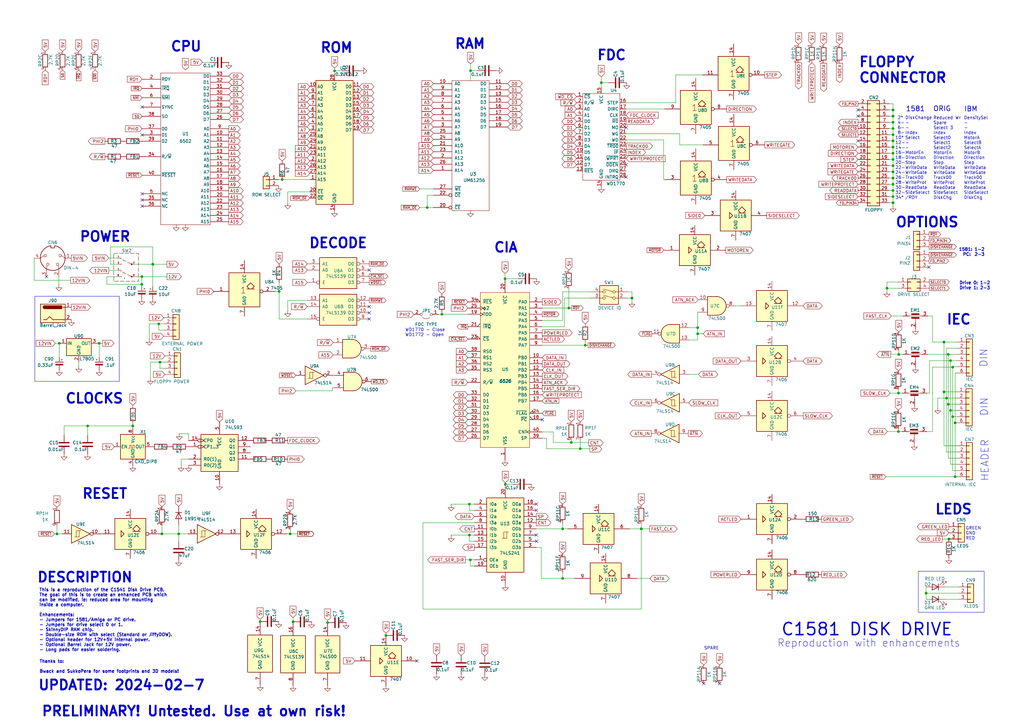
<source format=kicad_sch>
(kicad_sch (version 20230121) (generator eeschema)
  (paper "A3")
  (title_block (title "C1541 Disk Drive PCB with Enhancements") (date "2024-02-07") (company "Steve J. Gray"))
  (junction (at 366.268 60.325))
  (junction (at 120.1928 255.0414))
  (junction (at 23.368 218.9734))
  (junction (at 366.268 70.485))
  (junction (at 388.9502 145.3642))
  (junction (at 137.2108 29.0576))
  (junction (at 366.268 75.565))
  (junction (at 118.999 218.9734))
  (junction (at 66.421 218.9734))
  (junction (at 181.229 128.905))
  (junction (at 366.268 52.705))
  (junction (at 366.268 78.105))
  (junction (at 366.268 47.625))
  (junction (at 263.017 216.916))
  (junction (at 62.6618 108.3818))
  (junction (at 388.1882 163.2712))
  (junction (at 246.634 33.909))
  (junction (at 390.7282 170.8912))
  (junction (at 379.8316 243.2812))
  (junction (at 363.7788 118.2116))
  (junction (at 115.7478 73.6346))
  (junction (at 366.268 65.405))
  (junction (at 40.6908 140.8176))
  (junction (at 366.268 67.945))
  (junction (at 207.264 198.628))
  (junction (at 73.279 218.9734))
  (junction (at 366.268 45.085))
  (junction (at 366.268 80.645))
  (junction (at 286.131 134.366))
  (junction (at 366.268 73.025))
  (junction (at 65.6082 148.5138))
  (junction (at 368.5032 161.2392))
  (junction (at 114.4778 119.5324))
  (junction (at 192.532 206.756))
  (junction (at 366.268 62.865))
  (junction (at 263.0424 216.916))
  (junction (at 192.9892 28.9814))
  (junction (at 106.68 254.9144))
  (junction (at 158.2928 260.6294))
  (junction (at 366.268 83.185))
  (junction (at 237.998 184.023))
  (junction (at 240.03 141.605))
  (junction (at 366.268 50.165))
  (junction (at 389.8392 147.9042))
  (junction (at 58.1914 113.4618))
  (junction (at 391.7442 195.5292))
  (junction (at 389.1788 221.0816))
  (junction (at 58.166 116.6368))
  (junction (at 65.1002 132.842))
  (junction (at 366.268 55.245))
  (junction (at 389.8392 168.3512))
  (junction (at 192.532 219.456))
  (junction (at 230.759 237.236))
  (junction (at 387.1722 140.2842))
  (junction (at 134.3406 255.3462))
  (junction (at 35.941 174.7012))
  (junction (at 62.6364 108.3818))
  (junction (at 368.6302 145.3642))
  (junction (at 230.759 216.916))
  (junction (at 192.913 229.616))
  (junction (at 388.9502 165.8112))
  (junction (at 368.5032 176.9872))
  (junction (at 207.137 114.3))
  (junction (at 390.7282 150.5712))
  (junction (at 233.3244 126.3396))
  (junction (at 286.131 136.906))
  (junction (at 24.3332 140.8176))
  (junction (at 391.7442 173.4312))
  (junction (at 259.207 122.2502))
  (junction (at 387.1722 160.7312))
  (junction (at 234.315 181.483))
  (junction (at 175.2092 85.1154))
  (junction (at 54.483 174.7012))
  (junction (at 366.268 57.785))
  (no_connect (at 220.091 221.996))
  (no_connect (at 151.4348 128.2954))
  (no_connect (at 58.293 55.3466))
  (no_connect (at 256.794 52.324))
  (no_connect (at 151.4348 125.7554))
  (no_connect (at 351.917 47.625))
  (no_connect (at 58.293 43.9166))
  (no_connect (at 219.964 209.296))
  (no_connect (at 288.6456 280.3652))
  (no_connect (at 256.794 67.564))
  (no_connect (at 381.0254 109.5756))
  (no_connect (at 58.293 84.5566))
  (no_connect (at 219.964 206.756))
  (no_connect (at 219.964 219.456))
  (no_connect (at 256.794 72.644))
  (no_connect (at 151.4348 110.7694))
  (no_connect (at 151.4348 130.8354))
  (no_connect (at 351.917 45.085))
  (no_connect (at 222.377 172.085))
  (no_connect (at 295.148 280.3906))
  (no_connect (at 58.293 82.0166))
  (no_connect (at 170.9928 271.0688))
  (no_connect (at 19.0754 113.4872))
  (no_connect (at 351.917 57.785))
  (no_connect (at 58.293 79.4766))
  (wire (pts (xy 66.421 218.9734) (xy 73.279 218.9734)))
  (wire (pts (xy 364.617 83.185) (xy 366.268 83.185)))
  (wire (pts (xy 114.6048 130.8354) (xy 126.0348 130.8354)))
  (wire (pts (xy 22.6822 140.8176) (xy 24.3332 140.8176)))
  (wire (pts (xy 368.5032 175.8442) (xy 368.5032 176.9872)))
  (wire (pts (xy 195.9102 28.9814) (xy 192.9892 28.9814)))
  (wire (pts (xy 192.532 206.756) (xy 194.564 206.756)))
  (wire (pts (xy 45.339 101.2698) (xy 62.6364 101.2698)))
  (wire (pts (xy 181.229 128.905) (xy 181.229 128.143)))
  (wire (pts (xy 226.949 181.483) (xy 226.949 177.165)))
  (wire (pts (xy 241.427 181.61) (xy 241.3 181.61)))
  (wire (pts (xy 65.6082 148.5138) (xy 67.6402 148.5138)))
  (wire (pts (xy 54.8894 113.4618) (xy 58.1914 113.4618)))
  (wire (pts (xy 120.1674 253.2888) (xy 120.1928 253.2888)))
  (wire (pts (xy 62.6618 108.3818) (xy 62.6364 108.3818)))
  (wire (pts (xy 366.268 60.325) (xy 366.268 62.865)))
  (wire (pts (xy 226.949 177.165) (xy 222.377 177.165)))
  (wire (pts (xy 43.8404 113.4618) (xy 48.5394 113.4618)))
  (wire (pts (xy 286.131 139.446) (xy 286.131 136.906)))
  (wire (pts (xy 234.315 180.594) (xy 234.315 181.483)))
  (wire (pts (xy 23.368 218.9734) (xy 25.527 218.9734)))
  (wire (pts (xy 58.166 116.6368) (xy 58.1914 116.6368)))
  (wire (pts (xy 192.532 219.456) (xy 194.564 219.456)))
  (wire (pts (xy 231.521 122.2502) (xy 242.189 122.2502)))
  (wire (pts (xy 382.4732 129.6162) (xy 380.5682 129.6162)))
  (wire (pts (xy 137.2108 27.9146) (xy 137.2108 29.0576)))
  (wire (pts (xy 106.7054 280.7716) (xy 106.7054 280.7462)))
  (wire (pts (xy 192.532 209.296) (xy 194.564 209.296)))
  (wire (pts (xy 45.339 108.3818) (xy 48.5394 108.3818)))
  (wire (pts (xy 62.6618 108.3818) (xy 62.6618 117.5004)))
  (wire (pts (xy 391.7442 173.4312) (xy 392.3792 173.4312)))
  (wire (pts (xy 364.617 55.245) (xy 366.268 55.245)))
  (wire (pts (xy 389.8392 190.4492) (xy 392.5062 190.4492)))
  (wire (pts (xy 366.268 42.545) (xy 366.268 45.085)))
  (wire (pts (xy 392.5062 147.9042) (xy 389.8392 147.9042)))
  (wire (pts (xy 366.268 47.625) (xy 366.268 50.165)))
  (wire (pts (xy 246.634 33.909) (xy 249.428 33.909)))
  (wire (pts (xy 366.268 65.405) (xy 366.268 67.945)))
  (wire (pts (xy 365.3282 145.3642) (xy 368.6302 145.3642)))
  (wire (pts (xy 263.017 216.916) (xy 263.017 249.809)))
  (wire (pts (xy 388.9502 145.3642) (xy 392.5062 145.3642)))
  (wire (pts (xy 286.512 153.543) (xy 282.448 153.543)))
  (wire (pts (xy 256.794 54.864) (xy 278.765 54.864)))
  (wire (pts (xy 62.6618 108.3818) (xy 68.4784 108.3818)))
  (wire (pts (xy 365.0742 161.2392) (xy 368.5032 161.2392)))
  (wire (pts (xy 207.264 198.628) (xy 210.312 198.628)))
  (wire (pts (xy 230.759 234.696) (xy 230.759 237.236)))
  (wire (pts (xy 379.8316 243.2812) (xy 393.0142 243.2812)))
  (wire (pts (xy 61.214 132.842) (xy 65.1002 132.842)))
  (wire (pts (xy 381.2032 147.9042) (xy 389.8392 147.9042)))
  (wire (pts (xy 43.8404 113.4618) (xy 43.8404 116.6368)))
  (wire (pts (xy 240.03 141.605) (xy 222.377 141.605)))
  (wire (pts (xy 380.0602 176.9872) (xy 382.4732 176.9872)))
  (wire (pts (xy 390.7282 192.9892) (xy 392.5062 192.9892)))
  (wire (pts (xy 233.3244 126.3396) (xy 222.377 126.3396)))
  (wire (pts (xy 118.999 217.1954) (xy 118.999 218.9734)))
  (wire (pts (xy 118.0338 123.2154) (xy 126.0348 123.2154)))
  (wire (pts (xy 112.9538 119.5324) (xy 114.4778 119.5324)))
  (wire (pts (xy 192.532 209.296) (xy 192.532 206.756)))
  (wire (pts (xy 387.3754 221.0816) (xy 389.1788 221.0816)))
  (wire (pts (xy 391.7442 195.5292) (xy 392.5062 195.5292)))
  (wire (pts (xy 366.268 67.945) (xy 366.268 70.485)))
  (wire (pts (xy 224.155 184.023) (xy 224.155 179.705)))
  (wire (pts (xy 366.268 78.105) (xy 366.268 80.645)))
  (wire (pts (xy 181.229 128.905) (xy 191.897 128.905)))
  (wire (pts (xy 65.1002 135.382) (xy 65.1002 132.842)))
  (wire (pts (xy 272.161 73.66) (xy 272.669 73.66)))
  (wire (pts (xy 66.421 215.4174) (xy 66.421 218.9734)))
  (wire (pts (xy 77.343 180.6702) (xy 77.343 177.8762)))
  (wire (pts (xy 388.1882 142.8242) (xy 388.1882 163.2712)))
  (wire (pts (xy 219.964 224.536) (xy 221.996 224.536)))
  (wire (pts (xy 114.4778 119.5324) (xy 114.4778 130.7084)))
  (wire (pts (xy 234.315 181.483) (xy 226.949 181.483)))
  (wire (pts (xy 192.9892 26.1874) (xy 192.9892 28.9814)))
  (wire (pts (xy 259.207 122.2502) (xy 259.207 119.7102)))
  (wire (pts (xy 390.7282 170.8912) (xy 392.3792 170.8912)))
  (wire (pts (xy 379.8316 245.8212) (xy 379.8316 243.2812)))
  (wire (pts (xy 237.998 184.023) (xy 224.155 184.023)))
  (wire (pts (xy 224.155 179.705) (xy 222.377 179.705)))
  (wire (pts (xy 387.1722 140.2842) (xy 387.1722 160.7312)))
  (wire (pts (xy 134.3406 255.3462) (xy 134.3406 255.7018)))
  (wire (pts (xy 173.482 214.376) (xy 173.482 249.809)))
  (wire (pts (xy 106.68 254.9144) (xy 106.68 255.3716)))
  (wire (pts (xy 286.131 134.366) (xy 282.575 134.366)))
  (wire (pts (xy 382.4732 140.2842) (xy 387.1722 140.2842)))
  (wire (pts (xy 387.4262 240.7412) (xy 393.0142 240.7412)))
  (wire (pts (xy 115.7478 73.66) (xy 115.7478 73.6346)))
  (wire (pts (xy 83.185 25.6286) (xy 86.233 25.6286)))
  (wire (pts (xy 387.3754 221.107) (xy 387.3754 221.0816)))
  (wire (pts (xy 391.7442 152.9842) (xy 391.7442 173.4312)))
  (wire (pts (xy 368.6302 143.7132) (xy 368.6302 145.3642)))
  (wire (pts (xy 115.7224 73.6346) (xy 115.7478 73.6346)))
  (wire (pts (xy 366.268 57.785) (xy 366.268 60.325)))
  (wire (pts (xy 106.7054 280.7462) (xy 106.7308 280.7462)))
  (wire (pts (xy 44.6278 105.8164) (xy 44.6024 105.8164)))
  (wire (pts (xy 364.617 47.625) (xy 366.268 47.625)))
  (wire (pts (xy 158.3436 259.6642) (xy 158.2928 259.6642)))
  (wire (pts (xy 83.058 25.5016) (xy 83.185 25.5016)))
  (wire (pts (xy 241.3 181.483) (xy 234.315 181.483)))
  (wire (pts (xy 392.5062 150.4442) (xy 390.7282 150.4442)))
  (wire (pts (xy 44.6024 105.8164) (xy 44.6024 105.8418)))
  (wire (pts (xy 263.0424 216.916) (xy 266.446 216.916)))
  (wire (pts (xy 106.68 254) (xy 106.68 254.9144)))
  (wire (pts (xy 230.759 131.445) (xy 222.377 131.445)))
  (wire (pts (xy 388.1882 185.3692) (xy 392.5062 185.3692)))
  (wire (pts (xy 363.7788 115.6716) (xy 363.7788 118.2116)))
  (wire (pts (xy 241.173 141.605) (xy 240.03 141.605)))
  (wire (pts (xy 173.482 249.809) (xy 263.017 249.809)))
  (wire (pts (xy 241.935 184.15) (xy 241.935 184.023)))
  (wire (pts (xy 40.6908 140.8176) (xy 42.0624 140.8176)))
  (wire (pts (xy 366.268 55.245) (xy 366.268 57.785)))
  (wire (pts (xy 278.765 59.436) (xy 278.765 54.864)))
  (wire (pts (xy 266.5222 237.236) (xy 261.112 237.236)))
  (wire (pts (xy 241.3 181.61) (xy 241.3 181.483)))
  (wire (pts (xy 387.1722 160.7312) (xy 387.1722 182.8292)))
  (wire (pts (xy 366.268 62.865) (xy 366.268 65.405)))
  (wire (pts (xy 122.047 218.9734) (xy 118.999 218.9734)))
  (wire (pts (xy 234.4166 126.3396) (xy 233.3244 126.3396)))
  (wire (pts (xy 259.207 119.7102) (xy 257.429 119.7102)))
  (wire (pts (xy 364.617 52.705) (xy 366.268 52.705)))
  (wire (pts (xy 266.5222 237.2868) (xy 266.5222 237.236)))
  (wire (pts (xy 54.483 173.8122) (xy 54.483 174.7012)))
  (wire (pts (xy 137.2108 29.0576) (xy 140.2588 29.0576)))
  (wire (pts (xy 66.167 218.9734) (xy 66.421 218.9734)))
  (wire (pts (xy 380.5682 145.3642) (xy 388.9502 145.3642)))
  (wire (pts (xy 366.268 83.185) (xy 366.268 84.455)))
  (wire (pts (xy 134.3406 254.4826) (xy 134.3406 255.3462)))
  (wire (pts (xy 120.1928 253.2888) (xy 120.1928 255.0414)))
  (wire (pts (xy 366.268 73.025) (xy 366.268 75.565)))
  (wire (pts (xy 368.5032 159.7152) (xy 368.5032 161.2392)))
  (wire (pts (xy 74.295 188.2902) (xy 77.343 188.2902)))
  (wire (pts (xy 207.137 114.3) (xy 212.471 114.3)))
  (wire (pts (xy 381.2032 161.2392) (xy 381.2032 147.9042)))
  (wire (pts (xy 175.2092 85.1154) (xy 175.2092 80.0354)))
  (wire (pts (xy 39.9542 140.8176) (xy 40.6908 140.8176)))
  (wire (pts (xy 118.999 218.9734) (xy 117.729 218.9734)))
  (wire (pts (xy 278.765 59.436) (xy 288.29 59.436)))
  (wire (pts (xy 365.5822 129.6162) (xy 370.4082 129.6162)))
  (wire (pts (xy 136.3218 159.0294) (xy 136.3218 160.2994)))
  (wire (pts (xy 256.794 59.944) (xy 256.921 59.944)))
  (wire (pts (xy 24.3332 140.8176) (xy 24.3332 146.5072)))
  (wire (pts (xy 67.6402 151.0538) (xy 65.6082 151.0538)))
  (wire (pts (xy 118.0338 78.7146) (xy 118.0338 83.1596)))
  (wire (pts (xy 364.617 80.645) (xy 366.268 80.645)))
  (wire (pts (xy 364.617 67.945) (xy 366.268 67.945)))
  (wire (pts (xy 32.3342 148.4376) (xy 32.3342 150.1648)))
  (wire (pts (xy 54.483 174.7012) (xy 35.941 174.7012)))
  (wire (pts (xy 389.8392 168.3512) (xy 392.3792 168.3512)))
  (wire (pts (xy 368.5032 161.2392) (xy 370.0272 161.2392)))
  (wire (pts (xy 40.6908 140.8176) (xy 40.6908 146.5072)))
  (wire (pts (xy 192.532 221.996) (xy 194.564 221.996)))
  (wire (pts (xy 387.1722 140.2842) (xy 392.5062 140.2842)))
  (wire (pts (xy 175.2092 80.0354) (xy 177.7492 80.0354)))
  (wire (pts (xy 230.759 119.7102) (xy 242.189 119.7102)))
  (wire (pts (xy 392.5062 142.8242) (xy 388.1882 142.8242)))
  (wire (pts (xy 329.311 170.561) (xy 329.438 170.561)))
  (wire (pts (xy 368.4778 115.6716) (xy 363.7788 115.6716)))
  (wire (pts (xy 272.161 73.66) (xy 272.161 57.404)))
  (wire (pts (xy 13.9954 114.9858) (xy 28.956 114.9858)))
  (wire (pts (xy 207.264 197.993) (xy 207.264 198.628)))
  (wire (pts (xy 392.5062 152.9842) (xy 391.7442 152.9842)))
  (wire (pts (xy 207.137 114.3) (xy 207.137 114.935)))
  (wire (pts (xy 172.1612 77.4954) (xy 177.7492 77.4954)))
  (wire (pts (xy 231.521 122.2502) (xy 231.521 133.985)))
  (wire (pts (xy 382.4732 150.5712) (xy 390.7282 150.5712)))
  (wire (pts (xy 192.532 219.456) (xy 185.039 219.456)))
  (wire (pts (xy 259.207 122.2502) (xy 259.207 123.5202)))
  (wire (pts (xy 62.6364 101.2698) (xy 62.6364 108.3818)))
  (wire (pts (xy 45.339 101.2698) (xy 45.339 108.3818)))
  (wire (pts (xy 246.634 33.909) (xy 246.634 35.814)))
  (wire (pts (xy 172.1612 85.1154) (xy 175.2092 85.1154)))
  (wire (pts (xy 257.429 122.2502) (xy 259.207 122.2502)))
  (wire (pts (xy 390.7282 150.5712) (xy 390.7282 170.8912)))
  (wire (pts (xy 391.7442 195.5546) (xy 391.7442 195.5292)))
  (wire (pts (xy 286.131 136.906) (xy 288.417 136.906)))
  (wire (pts (xy 13.9954 105.8672) (xy 13.9954 114.9858)))
  (wire (pts (xy 222.377 126.3396) (xy 222.377 126.365)))
  (wire (pts (xy 219.964 216.916) (xy 230.759 216.916)))
  (wire (pts (xy 115.7478 73.6346) (xy 127.0508 73.6346)))
  (wire (pts (xy 363.9312 176.9872) (xy 368.5032 176.9872)))
  (wire (pts (xy 58.166 116.6368) (xy 58.166 117.4242)))
  (wire (pts (xy 87.6808 119.5324) (xy 87.5538 119.5324)))
  (wire (pts (xy 258.191 216.916) (xy 263.017 216.916)))
  (wire (pts (xy 106.68 280.7716) (xy 106.7054 280.7716)))
  (wire (pts (xy 44.6278 110.9218) (xy 48.5394 110.9218)))
  (wire (pts (xy 61.722 148.5138) (xy 65.6082 148.5138)))
  (wire (pts (xy 61.722 155.1178) (xy 61.722 148.5138)))
  (wire (pts (xy 73.279 218.9734) (xy 73.279 222.0214)))
  (wire (pts (xy 137.0838 159.0294) (xy 136.3218 159.0294)))
  (wire (pts (xy 266.5222 237.2868) (xy 266.5476 237.2868)))
  (wire (pts (xy 364.617 75.565) (xy 366.268 75.565)))
  (wire (pts (xy 240.03 140.462) (xy 240.03 141.605)))
  (wire (pts (xy 363.7788 118.2116) (xy 363.7788 119.3546)))
  (wire (pts (xy 381.2032 161.2392) (xy 380.1872 161.2392)))
  (wire (pts (xy 277.114 30.734) (xy 288.163 30.734)))
  (wire (pts (xy 65.6082 151.0538) (xy 65.6082 148.5138)))
  (wire (pts (xy 158.2928 259.6642) (xy 158.2928 260.6294)))
  (wire (pts (xy 286.131 136.906) (xy 286.131 134.366)))
  (wire (pts (xy 185.039 206.756) (xy 185.039 207.01)))
  (wire (pts (xy 73.279 215.2904) (xy 73.279 218.9734)))
  (wire (pts (xy 382.4732 150.5712) (xy 382.4732 176.9872)))
  (wire (pts (xy 364.617 42.545) (xy 366.268 42.545)))
  (wire (pts (xy 366.268 75.565) (xy 366.268 78.105)))
  (wire (pts (xy 137.2108 29.0576) (xy 137.2108 30.4546)))
  (wire (pts (xy 136.5758 153.9494) (xy 137.0838 153.9494)))
  (wire (pts (xy 231.521 133.985) (xy 222.377 133.985)))
  (wire (pts (xy 118.0338 127.4064) (xy 118.0338 123.2154)))
  (wire (pts (xy 121.3358 160.2994) (xy 136.3218 160.2994)))
  (wire (pts (xy 207.264 198.628) (xy 207.264 199.136)))
  (wire (pts (xy 177.7492 85.1154) (xy 175.2092 85.1154)))
  (wire (pts (xy 366.268 80.645) (xy 366.268 83.185)))
  (wire (pts (xy 388.9502 145.3642) (xy 388.9502 165.8112)))
  (wire (pts (xy 114.6048 130.7084) (xy 114.6048 130.8354)))
  (wire (pts (xy 54.8894 108.3818) (xy 62.6364 108.3818)))
  (wire (pts (xy 233.3244 118.364) (xy 233.3244 126.3396)))
  (wire (pts (xy 263.0424 214.884) (xy 263.0424 216.916)))
  (wire (pts (xy 61.214 139.0904) (xy 61.214 132.842)))
  (wire (pts (xy 230.759 216.916) (xy 232.791 216.916)))
  (wire (pts (xy 363.7788 118.2116) (xy 368.4778 118.2116)))
  (wire (pts (xy 237.998 180.594) (xy 237.998 184.023)))
  (wire (pts (xy 277.114 42.164) (xy 277.114 30.734)))
  (wire (pts (xy 54.483 174.7012) (xy 54.483 175.5902)))
  (wire (pts (xy 35.941 174.7012) (xy 26.289 174.7012)))
  (wire (pts (xy 190.881 229.616) (xy 192.913 229.616)))
  (wire (pts (xy 192.913 232.156) (xy 192.913 229.616)))
  (wire (pts (xy 73.279 218.9734) (xy 77.089 218.9734)))
  (wire (pts (xy 26.289 174.7012) (xy 26.289 178.5112)))
  (wire (pts (xy 43.8404 116.6368) (xy 58.166 116.6368)))
  (wire (pts (xy 67.1322 135.382) (xy 65.1002 135.382)))
  (wire (pts (xy 114.4778 115.8494) (xy 114.4778 119.5324)))
  (wire (pts (xy 282.575 139.446) (xy 286.131 139.446)))
  (wire (pts (xy 179.9082 128.9558) (xy 181.229 128.9558)))
  (wire (pts (xy 58.1914 113.4618) (xy 58.1914 116.6368)))
  (wire (pts (xy 390.7282 170.8912) (xy 390.7282 192.9892)))
  (wire (pts (xy 387.4516 245.8212) (xy 393.0142 245.8212)))
  (wire (pts (xy 263.017 216.916) (xy 263.0424 216.916)))
  (wire (pts (xy 192.913 229.616) (xy 194.564 229.616)))
  (wire (pts (xy 185.039 219.456) (xy 185.039 219.71)))
  (wire (pts (xy 379.8062 243.2812) (xy 379.8316 243.2812)))
  (wire (pts (xy 364.617 60.325) (xy 366.268 60.325)))
  (wire (pts (xy 77.343 177.8762) (xy 73.533 177.8762)))
  (wire (pts (xy 230.759 214.376) (xy 230.759 216.916)))
  (wire (pts (xy 194.564 214.376) (xy 173.482 214.376)))
  (wire (pts (xy 388.9502 165.8112) (xy 392.3792 165.8112)))
  (wire (pts (xy 256.794 42.164) (xy 277.114 42.164)))
  (wire (pts (xy 22.352 218.9734) (xy 23.368 218.9734)))
  (wire (pts (xy 389.8392 168.3512) (xy 389.8392 190.4492)))
  (wire (pts (xy 366.268 52.705) (xy 366.268 55.245)))
  (wire (pts (xy 256.794 57.404) (xy 272.161 57.404)))
  (wire (pts (xy 366.268 50.165) (xy 366.268 52.705)))
  (wire (pts (xy 384.6322 163.2712) (xy 384.6322 167.2082)))
  (wire (pts (xy 364.617 62.865) (xy 366.268 62.865)))
  (wire (pts (xy 74.295 190.8302) (xy 74.295 188.2902)))
  (wire (pts (xy 388.9502 165.8112) (xy 388.9502 187.9092)))
  (wire (pts (xy 388.1882 163.2712) (xy 388.1882 185.3692)))
  (wire (pts (xy 364.617 50.165) (xy 366.268 50.165)))
  (wire (pts (xy 286.131 128.016) (xy 286.385 128.016)))
  (wire (pts (xy 58.1914 113.4618) (xy 68.4784 113.4618)))
  (wire (pts (xy 221.996 224.536) (xy 221.996 237.236)))
  (wire (pts (xy 127.0508 78.7146) (xy 118.0338 78.7146)))
  (wire (pts (xy 44.6024 105.8418) (xy 48.5394 105.8418)))
  (wire (pts (xy 386.461 221.107) (xy 387.3754 221.107)))
  (wire (pts (xy 192.532 206.756) (xy 185.039 206.756)))
  (wire (pts (xy 366.268 70.485) (xy 366.268 73.025)))
  (wire (pts (xy 364.617 70.485) (xy 366.268 70.485)))
  (wire (pts (xy 230.759 237.236) (xy 235.712 237.236)))
  (wire (pts (xy 114.4778 130.7084) (xy 114.6048 130.7084)))
  (wire (pts (xy 241.935 184.023) (xy 237.998 184.023)))
  (wire (pts (xy 364.617 65.405) (xy 366.268 65.405)))
  (wire (pts (xy 24.3332 140.8176) (xy 24.7142 140.8176)))
  (wire (pts (xy 363.3216 195.5546) (xy 391.7442 195.5546)))
  (wire (pts (xy 158.2928 260.6294) (xy 158.2928 260.9088)))
  (wire (pts (xy 207.137 112.141) (xy 207.137 114.3)))
  (wire (pts (xy 181.229 128.9558) (xy 181.229 128.905)))
  (wire (pts (xy 387.1722 160.7312) (xy 392.3792 160.7312)))
  (wire (pts (xy 389.8392 147.9042) (xy 389.8392 168.3512)))
  (wire (pts (xy 387.1722 182.8292) (xy 392.5062 182.8292)))
  (wire (pts (xy 286.131 134.366) (xy 286.131 128.016)))
  (wire (pts (xy 114.2746 73.66) (xy 115.7478 73.66)))
  (wire (pts (xy 24.1554 113.4872) (xy 24.1554 116.7892)))
  (wire (pts (xy 364.617 73.025) (xy 366.268 73.025)))
  (wire (pts (xy 391.7442 173.4312) (xy 391.7442 195.5292)))
  (wire (pts (xy 23.368 215.6714) (xy 23.368 218.9734)))
  (wire (pts (xy 368.5032 176.9872) (xy 369.9002 176.9872)))
  (wire (pts (xy 230.759 119.7102) (xy 230.759 131.445)))
  (wire (pts (xy 388.1882 163.2712) (xy 392.3792 163.2712)))
  (wire (pts (xy 120.1928 255.0414) (xy 120.1928 255.6764)))
  (wire (pts (xy 194.564 232.156) (xy 192.913 232.156)))
  (wire (pts (xy 368.6302 145.3642) (xy 370.4082 145.3642)))
  (wire (pts (xy 192.9892 28.9814) (xy 192.9892 33.0454)))
  (wire (pts (xy 364.617 78.105) (xy 366.268 78.105)))
  (wire (pts (xy 364.617 45.085) (xy 366.268 45.085)))
  (wire (pts (xy 246.634 31.496) (xy 246.634 33.909)))
  (wire (pts (xy 192.532 221.996) (xy 192.532 219.456)))
  (wire (pts (xy 256.794 44.704) (xy 272.669 44.704)))
  (wire (pts (xy 384.6322 163.2712) (xy 388.1882 163.2712)))
  (wire (pts (xy 35.941 174.7012) (xy 35.941 178.5112)))
  (wire (pts (xy 65.1002 132.842) (xy 67.1322 132.842)))
  (wire (pts (xy 388.9502 187.9092) (xy 392.5062 187.9092)))
  (wire (pts (xy 379.8062 243.2812) (xy 379.8062 240.7412)))
  (wire (pts (xy 382.4732 140.2842) (xy 382.4732 129.6162)))
  (wire (pts (xy 83.185 25.5016) (xy 83.185 25.6286)))
  (wire (pts (xy 221.996 237.236) (xy 230.759 237.236)))
  (wire (pts (xy 301.625 125.476) (xy 303.911 125.476)))
  (wire (pts (xy 366.268 45.085) (xy 366.268 47.625)))
  (wire (pts (xy 364.617 57.785) (xy 366.268 57.785)))
  (wire (pts (xy 390.7282 150.5712) (xy 390.7282 150.4442)))
  (rectangle (start 14.3002 121.5136) (end 48.9204 156.4386))
  (rectangle (start 376.682 234.2896) (end 403.6314 251.1552))
  (text "DECODE" (at 126.4666 102.2096 0) (effects (font (size 4 4) (thickness 0.8) bold) (justify left bottom)))
  (text "UPDATED: 2024-02-7" (at 15.3924 283.5148 0) (effects (font (size 4 4) (thickness 0.8) bold) (justify left bottom)))
  (text "ORIG" (at 382.7018 45.9232 0) (effects (font (size 2 2) (thickness 0.254) bold) (justify left bottom)))
  (text "Drive 0: 1-2\nDrive 1: 2-3" (at 406.1968 118.9736 0) (effects (font (size 1.27 1.27) bold) (justify right bottom)))
  (text "Reduced Wr\nSpare\nSelect 3\nIndex\nSelect0\nSelect1\nSelect2\nMotorEn\nDirection\nStep\nWriteData\nWriteGate\nTrack00\nWriteProt\nReadData\nSideSelect\nDiskChg\n" (at 382.7526 81.9404 0) (effects (font (size 1.27 1.27)) (justify left bottom)))
  (text " 2*\n 4-\n 6-\n 8-\n10*\n12-\n14-\n16-\n18-\n20-\n22-\n24-\n26-\n28-\n30-\n32-\n34*\n" (at 367.157 81.915 0) (effects (font (size 1.27 1.27)) (justify left bottom)))
  (text "DiskChange\n-\n-\nIndex\nSelect\n-\n-\nMotorEn\nDirection\nStep\nWriteData\nWriteGate\nTrack00\nWriteProt\nReadData\nSideSelect\n/RDY\n" (at 371.221 81.915 0) (effects (font (size 1.27 1.27)) (justify left bottom)))
  (text "CLOCKS" (at 26.543 165.9382 0) (effects (font (size 4 4) (thickness 0.8) bold) (justify left bottom)))
  (text "POWER" (at 32.385 99.568 0) (effects (font (size 4 4) (thickness 0.8) bold) (justify left bottom)))
  (text "ROM" (at 131.1148 22.0726 0) (effects (font (size 4 4) (thickness 0.8) bold) (justify left bottom)))
  (text "DIN" (at 405.384 170.8912 90) (effects (font (size 3 3)) (justify left bottom)))
  (text "HEADER" (at 405.6888 197.612 90) (effects (font (size 3 3)) (justify left bottom)))
  (text "CIA" (at 202.311 104.013 0) (effects (font (size 4 4) (thickness 0.8) bold) (justify left bottom)))
  (text "LEDS" (at 383.2352 211.4042 0) (effects (font (size 4 4) (thickness 0.8) bold) (justify left bottom)))
  (text "RESET" (at 33.401 205.0034 0) (effects (font (size 4 4) (thickness 0.8) bold) (justify left bottom)))
  (text "DensitySel\n-\n-\nIndex\nMotorA\nSelectB\nSelectA\nMotorB\nDirection\nStep\nWriteData\nWriteGate\nTrack00\nWriteProt\nReadData\nSideSelect\nDiskChg\n" (at 395.3002 81.9404 0) (effects (font (size 1.27 1.27)) (justify left bottom)))
  (text "RAM" (at 186.2582 20.4724 0) (effects (font (size 4 4) (thickness 0.8) bold) (justify left bottom)))
  (text "This is a reproduction of the C1541 Disk Drive PCB.\nThe goal of this is to create an enhanced PCB which\ncan be modified, ie: reduced area for mounting \ninside a computer.\n\nEnhancements:\n- Jumpers for 1581/Amiga or PC drive.\n- Jumpers for drive select 0 or 1.\n- SkinnyDIP RAM chip.\n- Double-size ROM with select (Standard or JiffyDOW).\n- Optional header for 12V+5V internal power.\n- Optional Barrel Jack for 12V power.\n- Long pads for easier soldering.\n" (at 16.0274 267.3604 0) (effects (font (size 1.27 1.27) bold) (justify left bottom)))
  (text "FLOPPY\nCONNECTOR" (at 352.044 34.417 0) (effects (font (size 4 4) (thickness 0.8) bold) (justify left bottom)))
  (text "1581" (at 371.475 45.974 0) (effects (font (size 2 2) (thickness 0.254) bold) (justify left bottom)))
  (text "IBM" (at 395.4272 46.0248 0) (effects (font (size 2 2) (thickness 0.254) bold) (justify left bottom)))
  (text "C1581 DISK DRIVE" (at 320.167 261.1882 0) (effects (font (size 5 5) (thickness 0.6) bold) (justify left bottom)))
  (text "CPU" (at 69.723 21.5646 0) (effects (font (size 4 4) (thickness 0.8) bold) (justify left bottom)))
  (text "PRELIMINARY! Untested. Use at own risk!" (at 16.8148 294.2082 0) (effects (font (size 4 4) (thickness 0.8) bold) (justify left bottom)))
  (text "Thanks to:\n\nBwack and SukkoPera for some footprints and 3D models!\n" (at 16.1036 276.2504 0) (effects (font (size 1.27 1.27) bold) (justify left bottom)))
  (text "1581: 1-2\nPC:	2-3" (at 403.9108 105.2576 0) (effects (font (size 1.27 1.27) bold) (justify right bottom)))
  (text "DESCRIPTION" (at 14.9606 239.2934 0) (effects (font (size 4 4) (thickness 0.8) bold) (justify left bottom)))
  (text "OPTIONS" (at 367.0808 93.6498 0) (effects (font (size 4 4) (thickness 0.8) bold) (justify left bottom)))
  (text "GREEN\nGND\nRED" (at 396.0368 221.5896 0) (effects (font (size 1.27 1.27)) (justify left bottom)))
  (text "SPARE" (at 288.7218 266.7 0) (effects (font (size 1.27 1.27)) (justify left bottom)))
  (text "FDC" (at 244.602 25.146 0) (effects (font (size 4 4) (thickness 0.8) bold) (justify left bottom)))
  (text "Reproduction with enhancements" (at 318.7192 265.6586 0) (effects (font (size 3 3)) (justify left bottom)))
  (text "DIN" (at 405.2062 150.8252 90) (effects (font (size 3 3)) (justify left bottom)))
  (text "WD1770 - Close\nWD1772 - Open" (at 166.1414 138.2014 0) (effects (font (size 1.27 1.27)) (justify left bottom)))
  (text "IEC" (at 387.9342 133.5532 0) (effects (font (size 4 4) (thickness 0.8) bold) (justify left bottom)))
  (global_label "~{FLAG}" (shape output) (at 267.335 136.906 180) (effects (font (size 1 1))) (property "Intersheetrefs" "${INTERSHEET_REFS}" (effects hide)))
  (global_label "5V" (shape input) (at 118.999 209.5754 90) (property "Intersheetrefs" "${INTERSHEET_REFS}" (effects hide)))
  (global_label "S0" (shape input) (at 58.293 47.7266 180) (effects (font (size 1 1))) (property "Intersheetrefs" "${INTERSHEET_REFS}" (effects hide)))
  (global_label "D1" (shape bidirectional) (at 191.897 164.465 180) (property "Intersheetrefs" "${INTERSHEET_REFS}" (effects hide)))
  (global_label "A8" (shape output) (at 93.853 73.1266 0) (property "Intersheetrefs" "${INTERSHEET_REFS}" (effects hide)))
  (global_label "5V" (shape input) (at 90.043 173.0502 90) (property "Intersheetrefs" "${INTERSHEET_REFS}" (effects hide)))
  (global_label "5V" (shape input) (at 237.998 172.974 90) (property "Intersheetrefs" "${INTERSHEET_REFS}" (effects hide)))
  (global_label "TRACK00" (shape output) (at 327.533 25.781 270) (property "Intersheetrefs" "${INTERSHEET_REFS}" (effects hide)))
  (global_label "R{slash}~{W}" (shape input) (at 126.0348 125.7554 180) (property "Intersheetrefs" "${INTERSHEET_REFS}" (effects hide)))
  (global_label "~{MOTOR}" (shape input) (at 272.288 102.616 180) (effects (font (size 1 1))) (property "Intersheetrefs" "${INTERSHEET_REFS}" (effects hide)))
  (global_label "D4" (shape bidirectional) (at 208.2292 44.4754 0) (property "Intersheetrefs" "${INTERSHEET_REFS}" (effects hide)))
  (global_label "5V" (shape input) (at 137.2108 27.9146 90) (property "Intersheetrefs" "${INTERSHEET_REFS}" (effects hide)))
  (global_label "D6" (shape bidirectional) (at 191.897 177.165 180) (property "Intersheetrefs" "${INTERSHEET_REFS}" (effects hide)))
  (global_label "A4" (shape input) (at 177.7492 44.4754 180) (property "Intersheetrefs" "${INTERSHEET_REFS}" (effects hide)))
  (global_label "GREEN_LED" (shape output) (at 336.9564 212.9282 0) (property "Intersheetrefs" "${INTERSHEET_REFS}" (effects hide)))
  (global_label "CNT" (shape output) (at 219.964 214.376 0) (property "Intersheetrefs" "${INTERSHEET_REFS}" (effects hide)))
  (global_label "5V" (shape input) (at 23.368 208.0514 90) (property "Intersheetrefs" "${INTERSHEET_REFS}" (effects hide)))
  (global_label "RED_LED" (shape output) (at 336.9564 235.6612 0) (property "Intersheetrefs" "${INTERSHEET_REFS}" (effects hide)))
  (global_label "D0" (shape bidirectional) (at 93.853 31.2166 0) (property "Intersheetrefs" "${INTERSHEET_REFS}" (effects hide)))
  (global_label "~{WD_CS}" (shape input) (at 236.474 39.624 180) (property "Intersheetrefs" "${INTERSHEET_REFS}" (effects hide)))
  (global_label "A10" (shape input) (at 177.7492 59.7154 180) (property "Intersheetrefs" "${INTERSHEET_REFS}" (effects hide)))
  (global_label "CLK_IN" (shape input) (at 222.377 151.765 0) (property "Intersheetrefs" "${INTERSHEET_REFS}" (effects hide)))
  (global_label "D5" (shape bidirectional) (at 208.2292 47.0154 0) (property "Intersheetrefs" "${INTERSHEET_REFS}" (effects hide)))
  (global_label "GREEN_LED" (shape output) (at 389.1788 216.0016 180) (property "Intersheetrefs" "${INTERSHEET_REFS}" (effects hide)))
  (global_label "12V" (shape input) (at 67.1322 130.302 180) (property "Intersheetrefs" "${INTERSHEET_REFS}" (effects hide)))
  (global_label "~{IRQ}" (shape input) (at 32.258 28.7274 270) (effects (font (size 1 1))) (property "Intersheetrefs" "${INTERSHEET_REFS}" (effects hide)))
  (global_label "~{RAMWE}" (shape output) (at 151.4348 123.2154 0) (effects (font (size 1 1))) (property "Intersheetrefs" "${INTERSHEET_REFS}" (effects hide)))
  (global_label "D3" (shape bidirectional) (at 208.2292 41.9354 0) (property "Intersheetrefs" "${INTERSHEET_REFS}" (effects hide)))
  (global_label "D5" (shape bidirectional) (at 236.474 62.484 180) (property "Intersheetrefs" "${INTERSHEET_REFS}" (effects hide)))
  (global_label "~{RESET}" (shape input) (at 363.3216 195.5546 180) (effects (font (size 1 1))) (property "Intersheetrefs" "${INTERSHEET_REFS}" (effects hide)))
  (global_label "PHI0" (shape input) (at 87.6808 119.5324 180) (property "Intersheetrefs" "${INTERSHEET_REFS}" (effects hide)))
  (global_label "A3" (shape input) (at 127.0508 43.1546 180) (property "Intersheetrefs" "${INTERSHEET_REFS}" (effects hide)))
  (global_label "A9" (shape input) (at 177.7492 57.1754 180) (property "Intersheetrefs" "${INTERSHEET_REFS}" (effects hide)))
  (global_label "D7" (shape bidirectional) (at 191.897 179.705 180) (property "Intersheetrefs" "${INTERSHEET_REFS}" (effects hide)))
  (global_label "A3" (shape output) (at 93.853 60.4266 0) (property "Intersheetrefs" "${INTERSHEET_REFS}" (effects hide)))
  (global_label "PHI2" (shape input) (at 121.3358 160.2994 180) (property "Intersheetrefs" "${INTERSHEET_REFS}" (effects hide)))
  (global_label "A9" (shape input) (at 127.0508 58.3946 180) (property "Intersheetrefs" "${INTERSHEET_REFS}" (effects hide)))
  (global_label "5V" (shape input) (at 114.4778 108.2294 90) (property "Intersheetrefs" "${INTERSHEET_REFS}" (effects hide)))
  (global_label "INDEX" (shape output) (at 344.3224 25.908 270) (property "Intersheetrefs" "${INTERSHEET_REFS}" (effects hide)))
  (global_label "5V" (shape input) (at 368.6302 136.0932 90) (property "Intersheetrefs" "${INTERSHEET_REFS}" (effects hide)))
  (global_label "A7" (shape input) (at 127.0508 53.3146 180) (property "Intersheetrefs" "${INTERSHEET_REFS}" (effects hide)))
  (global_label "D7" (shape bidirectional) (at 236.474 67.564 180) (property "Intersheetrefs" "${INTERSHEET_REFS}" (effects hide)))
  (global_label "~{RDY}" (shape output) (at 234.4166 126.3396 0) (effects (font (size 1 1))) (property "Intersheetrefs" "${INTERSHEET_REFS}" (effects hide)))
  (global_label "5V" (shape input) (at 115.7224 66.0146 90) (property "Intersheetrefs" "${INTERSHEET_REFS}" (effects hide)))
  (global_label "SELECT0" (shape output) (at 381.1778 115.6716 0) (effects (font (size 1 1))) (property "Intersheetrefs" "${INTERSHEET_REFS}" (effects hide)))
  (global_label "A13" (shape input) (at 177.7492 67.3354 180) (property "Intersheetrefs" "${INTERSHEET_REFS}" (effects hide)))
  (global_label "A3" (shape input) (at 191.897 151.765 180) (property "Intersheetrefs" "${INTERSHEET_REFS}" (effects hide)))
  (global_label "FD_PIN34" (shape output) (at 381.0508 98.6536 0) (effects (font (size 1 1))) (property "Intersheetrefs" "${INTERSHEET_REFS}" (effects hide)))
  (global_label "5V" (shape input) (at 337.82 18.288 90) (property "Intersheetrefs" "${INTERSHEET_REFS}" (effects hide)))
  (global_label "D7" (shape bidirectional) (at 147.3708 53.3146 0) (effects (font italic)) (property "Intersheetrefs" "${INTERSHEET_REFS}" (effects hide)))
  (global_label "12VIN" (shape output) (at 28.956 114.9858 0) (property "Intersheetrefs" "${INTERSHEET_REFS}" (effects hide)))
  (global_label "5V" (shape input) (at 234.315 172.974 90) (property "Intersheetrefs" "${INTERSHEET_REFS}" (effects hide)))
  (global_label "READDATA" (shape output) (at 256.794 49.784 0) (property "Intersheetrefs" "${INTERSHEET_REFS}" (effects hide)))
  (global_label "DATA" (shape bidirectional) (at 329.311 148.082 0) (property "Intersheetrefs" "${INTERSHEET_REFS}" (effects hide)))
  (global_label "5V" (shape input) (at 230.759 206.756 90) (property "Intersheetrefs" "${INTERSHEET_REFS}" (effects hide)))
  (global_label "A8" (shape input) (at 127.0508 55.8546 180) (property "Intersheetrefs" "${INTERSHEET_REFS}" (effects hide)))
  (global_label "5V" (shape output) (at 42.0624 140.8176 0) (property "Intersheetrefs" "${INTERSHEET_REFS}" (effects hide)))
  (global_label "5V" (shape input) (at 263.0424 207.264 90) (property "Intersheetrefs" "${INTERSHEET_REFS}" (effects hide)))
  (global_label "5V" (shape input) (at 76.073 28.6766 90) (property "Intersheetrefs" "${INTERSHEET_REFS}" (effects hide)))
  (global_label "D2" (shape bidirectional) (at 208.2292 39.3954 0) (property "Intersheetrefs" "${INTERSHEET_REFS}" (effects hide)))
  (global_label "DATA" (shape bidirectional) (at 194.564 211.836 180) (property "Intersheetrefs" "${INTERSHEET_REFS}" (effects hide)))
  (global_label "D7" (shape bidirectional) (at 93.853 48.9966 0) (property "Intersheetrefs" "${INTERSHEET_REFS}" (effects hide)))
  (global_label "DATA" (shape bidirectional) (at 266.5476 237.2868 0) (property "Intersheetrefs" "${INTERSHEET_REFS}" (effects hide)))
  (global_label "~{CIA_SEL}" (shape output) (at 151.4348 113.3094 0) (effects (font (size 1 1))) (property "Intersheetrefs" "${INTERSHEET_REFS}" (effects hide)))
  (global_label "POWERLED" (shape output) (at 222.377 136.525 0) (property "Intersheetrefs" "${INTERSHEET_REFS}" (effects hide)))
  (global_label "CLK_OUT" (shape input) (at 303.911 170.561 180) (property "Intersheetrefs" "${INTERSHEET_REFS}" (effects hide)))
  (global_label "A9" (shape output) (at 93.853 75.6666 0) (property "Intersheetrefs" "${INTERSHEET_REFS}" (effects hide)))
  (global_label "5V" (shape input) (at 198.8312 268.986 90) (property "Intersheetrefs" "${INTERSHEET_REFS}" (effects hide)))
  (global_label "SELECT0" (shape output) (at 351.917 52.705 180) (effects (font (size 1 1))) (property "Intersheetrefs" "${INTERSHEET_REFS}" (effects hide)))
  (global_label "A12" (shape input) (at 127.0508 66.0146 180) (property "Intersheetrefs" "${INTERSHEET_REFS}" (effects hide)))
  (global_label "FD_PIN2" (shape output) (at 381.0508 107.0356 0) (effects (font (size 1 1))) (property "Intersheetrefs" "${INTERSHEET_REFS}" (effects hide)))
  (global_label "A4" (shape output) (at 93.853 62.9666 0) (property "Intersheetrefs" "${INTERSHEET_REFS}" (effects hide)))
  (global_label "A5" (shape input) (at 177.7492 47.0154 180) (property "Intersheetrefs" "${INTERSHEET_REFS}" (effects hide)))
  (global_label "A11" (shape output) (at 93.853 80.7466 0) (property "Intersheetrefs" "${INTERSHEET_REFS}" (effects hide)))
  (global_label "A0" (shape input) (at 127.0508 35.5346 180) (property "Intersheetrefs" "${INTERSHEET_REFS}" (effects hide)))
  (global_label "~{WDSEL}" (shape output) (at 151.4348 115.8494 0) (effects (font (size 1 1))) (property "Intersheetrefs" "${INTERSHEET_REFS}" (effects hide)))
  (global_label "A3" (shape input) (at 177.7492 41.9354 180) (property "Intersheetrefs" "${INTERSHEET_REFS}" (effects hide)))
  (global_label "DATA_IN" (shape input) (at 222.377 146.685 0) (property "Intersheetrefs" "${INTERSHEET_REFS}" (effects hide)))
  (global_label "5V" (shape input) (at 295.148 272.7706 90) (property "Intersheetrefs" "${INTERSHEET_REFS}" (effects hide)))
  (global_label "5V" (shape input) (at 368.5032 168.2242 90) (property "Intersheetrefs" "${INTERSHEET_REFS}" (effects hide)))
  (global_label "D3" (shape bidirectional) (at 191.897 169.545 180) (property "Intersheetrefs" "${INTERSHEET_REFS}" (effects hide)))
  (global_label "ATN_IN" (shape input) (at 222.377 164.465 0) (effects (font (size 1 1))) (property "Intersheetrefs" "${INTERSHEET_REFS}" (effects hide)))
  (global_label "A6" (shape input) (at 177.7492 49.5554 180) (property "Intersheetrefs" "${INTERSHEET_REFS}" (effects hide)))
  (global_label "A6" (shape input) (at 127.0508 50.7746 180) (property "Intersheetrefs" "${INTERSHEET_REFS}" (effects hide)))
  (global_label "A12" (shape output) (at 93.853 83.2866 0) (property "Intersheetrefs" "${INTERSHEET_REFS}" (effects hide)))
  (global_label "~{RESET}" (shape input) (at 22.352 218.9734 180) (effects (font (size 1 1))) (property "Intersheetrefs" "${INTERSHEET_REFS}" (effects hide)))
  (global_label "D3" (shape bidirectional) (at 236.474 57.404 180) (property "Intersheetrefs" "${INTERSHEET_REFS}" (effects hide)))
  (global_label "ACTLED" (shape output) (at 222.377 139.065 0) (property "Intersheetrefs" "${INTERSHEET_REFS}" (effects hide)))
  (global_label "A1" (shape input) (at 236.474 47.244 180) (property "Intersheetrefs" "${INTERSHEET_REFS}" (effects hide)))
  (global_label "A13" (shape input) (at 126.0348 110.7694 180) (property "Intersheetrefs" "${INTERSHEET_REFS}" (effects hide)))
  (global_label "5V" (shape input) (at 120.1674 253.2888 90) (property "Intersheetrefs" "${INTERSHEET_REFS}" (effects hide)))
  (global_label "~{IRQ}" (shape input) (at 58.293 36.2966 180) (effects (font (size 1 1))) (property "Intersheetrefs" "${INTERSHEET_REFS}" (effects hide)))
  (global_label "~{FLAG}" (shape input) (at 222.377 169.545 0) (effects (font (size 1 1))) (property "Intersheetrefs" "${INTERSHEET_REFS}" (effects hide)))
  (global_label "A14" (shape input) (at 177.7492 69.8754 180) (property "Intersheetrefs" "${INTERSHEET_REFS}" (effects hide)))
  (global_label "CNT" (shape output) (at 241.427 181.61 0) (property "Intersheetrefs" "${INTERSHEET_REFS}" (effects hide)))
  (global_label "DIRECTION" (shape input) (at 351.917 62.865 180) (property "Intersheetrefs" "${INTERSHEET_REFS}" (effects hide)))
  (global_label "A10" (shape input) (at 127.0508 60.9346 180) (property "Intersheetrefs" "${INTERSHEET_REFS}" (effects hide)))
  (global_label "A0" (shape output) (at 93.853 52.8066 0) (property "Intersheetrefs" "${INTERSHEET_REFS}" (effects hide)))
  (global_label "D1" (shape bidirectional) (at 93.853 33.7566 0) (property "Intersheetrefs" "${INTERSHEET_REFS}" (effects hide)))
  (global_label "A15" (shape input) (at 126.0348 115.8494 180) (property "Intersheetrefs" "${INTERSHEET_REFS}" (effects hide)))
  (global_label "SLOW_CLK" (shape input) (at 365.0742 161.2392 180) (property "Intersheetrefs" "${INTERSHEET_REFS}" (effects hide)))
  (global_label "A2" (shape output) (at 93.853 57.8866 0) (property "Intersheetrefs" "${INTERSHEET_REFS}" (effects hide)))
  (global_label "DATA_IN" (shape output) (at 267.208 153.543 180) (property "Intersheetrefs" "${INTERSHEET_REFS}" (effects hide)))
  (global_label "DATA_OUT" (shape output) (at 222.377 149.225 0) (property "Intersheetrefs" "${INTERSHEET_REFS}" (effects hide)))
  (global_label "PHI2" (shape output) (at 43.053 57.8866 180) (property "Intersheetrefs" "${INTERSHEET_REFS}" (effects hide)))
  (global_label "A2" (shape input) (at 191.897 149.225 180) (property "Intersheetrefs" "${INTERSHEET_REFS}" (effects hide)))
  (global_label "A1" (shape input) (at 127.0508 38.0746 180) (property "Intersheetrefs" "${INTERSHEET_REFS}" (effects hide)))
  (global_label "PHI0" (shape output) (at 117.983 188.2902 0) (property "Intersheetrefs" "${INTERSHEET_REFS}" (effects hide)))
  (global_label "D0" (shape bidirectional) (at 147.3708 35.5346 0) (property "Intersheetrefs" "${INTERSHEET_REFS}" (effects hide)))
  (global_label "RDY" (shape input) (at 58.293 32.4866 180) (property "Intersheetrefs" "${INTERSHEET_REFS}" (effects hide)))
  (global_label "SIDE0" (shape input) (at 289.052 88.392 180) (property "Intersheetrefs" "${INTERSHEET_REFS}" (effects hide)))
  (global_label "FAST_CLK" (shape input) (at 365.5822 129.6162 180) (property "Intersheetrefs" "${INTERSHEET_REFS}" (effects hide)))
  (global_label "5V" (shape input) (at 158.3436 259.6642 90) (property "Intersheetrefs" "${INTERSHEET_REFS}" (effects hide)))
  (global_label "D2" (shape bidirectional) (at 191.897 167.005 180) (property "Intersheetrefs" "${INTERSHEET_REFS}" (effects hide)))
  (global_label "ATN_IN" (shape output) (at 267.081 177.8 180) (property "Intersheetrefs" "${INTERSHEET_REFS}" (effects hide)))
  (global_label "WRITEPROTECT" (shape input) (at 222.377 161.925 0) (property "Intersheetrefs" "${INTERSHEET_REFS}" (effects hide)))
  (global_label "WRITEDATA" (shape output) (at 298.069 73.66 0) (property "Intersheetrefs" "${INTERSHEET_REFS}" (effects hide)))
  (global_label "A12" (shape input) (at 177.7492 64.7954 180) (property "Intersheetrefs" "${INTERSHEET_REFS}" (effects hide)))
  (global_label "D3" (shape bidirectional) (at 93.853 38.8366 0) (property "Intersheetrefs" "${INTERSHEET_REFS}" (effects hide)))
  (global_label "12VIN" (shape input) (at 22.6822 140.8176 180) (property "Intersheetrefs" "${INTERSHEET_REFS}" (effects hide)))
  (global_label "A15" (shape input) (at 136.7028 145.5674 180) (property "Intersheetrefs" "${INTERSHEET_REFS}" (effects hide)))
  (global_label "READDATA" (shape output) (at 337.82 25.908 270) (property "Intersheetrefs" "${INTERSHEET_REFS}" (effects hide)))
  (global_label "A10" (shape output) (at 93.853 78.2066 0) (property "Intersheetrefs" "${INTERSHEET_REFS}" (effects hide)))
  (global_label "~{NMI}" (shape input) (at 58.293 40.1066 180) (effects (font (size 1 1))) (property "Intersheetrefs" "${INTERSHEET_REFS}" (effects hide)))
  (global_label "A11" (shape input) (at 177.7492 62.2554 180) (property "Intersheetrefs" "${INTERSHEET_REFS}" (effects hide)))
  (global_label "5V" (shape input) (at 67.1322 137.922 180) (property "Intersheetrefs" "${INTERSHEET_REFS}" (effects hide)))
  (global_label "12VIN" (shape output) (at 29.2608 126.0094 0) (property "Intersheetrefs" "${INTERSHEET_REFS}" (effects hide)))
  (global_label "SELECT1" (shape output) (at 381.1778 118.2116 0) (effects (font (size 1 1))) (property "Intersheetrefs" "${INTERSHEET_REFS}" (effects hide)))
  (global_label "DATA" (shape bidirectional) (at 329.311 125.476 0) (property "Intersheetrefs" "${INTERSHEET_REFS}" (effects hide)))
  (global_label "12V" (shape output) (at 68.4784 113.4618 0) (property "Intersheetrefs" "${INTERSHEET_REFS}" (effects hide)))
  (global_label "R{slash}~{W}" (shape output) (at 43.053 64.2366 180) (property "Intersheetrefs" "${INTERSHEET_REFS}" (effects hide)))
  (global_label "FAST_SER_DIR" (shape output) (at 222.377 159.385 0) (property "Intersheetrefs" "${INTERSHEET_REFS}" (effects hide)))
  (global_label "5V" (shape input) (at 145.5928 271.0688 180) (property "Intersheetrefs" "${INTERSHEET_REFS}" (effects hide)))
  (global_label "PHI2" (shape input) (at 169.7482 128.9558 180) (property "Intersheetrefs" "${INTERSHEET_REFS}" (effects hide)))
  (global_label "5V" (shape input) (at 54.483 166.1922 90) (property "Intersheetrefs" "${INTERSHEET_REFS}" (effects hide)))
  (global_label "SELECT1" (shape output) (at 351.917 55.245 180) (effects (font (size 1 1))) (property "Intersheetrefs" "${INTERSHEET_REFS}" (effects hide)))
  (global_label "ATN_ACK" (shape output) (at 222.377 156.845 0) (property "Intersheetrefs" "${INTERSHEET_REFS}" (effects hide)))
  (global_label "D6" (shape bidirectional) (at 208.2292 49.5554 0) (property "Intersheetrefs" "${INTERSHEET_REFS}" (effects hide)))
  (global_label "A13" (shape input) (at 127.0508 68.5546 180) (property "Intersheetrefs" "${INTERSHEET_REFS}" (effects hide)))
  (global_label "5V" (shape input) (at 32.258 21.1074 90) (property "Intersheetrefs" "${INTERSHEET_REFS}" (effects hide)))
  (global_label "S0" (shape input) (at 25.654 28.7274 270) (effects (font (size 1 1))) (property "Intersheetrefs" "${INTERSHEET_REFS}" (effects hide)))
  (global_label "~{CIA_SEL}" (shape input) (at 191.897 139.065 180) (effects (font (size 1 1))) (property "Intersheetrefs" "${INTERSHEET_REFS}" (effects hide)))
  (global_label "D0" (shape bidirectional) (at 208.2292 34.3154 0) (property "Intersheetrefs" "${INTERSHEET_REFS}" (effects hide)))
  (global_label "FAST_CLK" (shape output) (at 266.446 216.916 0) (property "Intersheetrefs" "${INTERSHEET_REFS}" (effects hide)))
  (global_label "A1" (shape input) (at 191.897 146.685 180) (property "Intersheetrefs" "${INTERSHEET_REFS}" (effects hide)))
  (global_label "5V" (shape input) (at 25.654 21.1074 90) (property "Intersheetrefs" "${INTERSHEET_REFS}" (effects hide)))
  (global_label "D5" (shape bidirectional) (at 93.853 43.9166 0) (property "Intersheetrefs" "${INTERSHEET_REFS}" (effects hide)))
  (global_label "~{RDY}" (shape output) (at 381.0508 96.1136 0) (effects (font (size 1 1))) (property "Intersheetrefs" "${INTERSHEET_REFS}" (effects hide)))
  (global_label "D1" (shape bidirectional) (at 208.2292 36.8554 0) (property "Intersheetrefs" "${INTERSHEET_REFS}" (effects hide)))
  (global_label "5VIN" (shape output) (at 29.2354 105.8672 0) (property "Intersheetrefs" "${INTERSHEET_REFS}" (effects hide)))
  (global_label "5V" (shape input) (at 332.994 18.161 90) (property "Intersheetrefs" "${INTERSHEET_REFS}" (effects hide)))
  (global_label "~{DISKCHANGE}" (shape output) (at 241.173 141.605 0) (effects (font (size 1 1))) (property "Intersheetrefs" "${INTERSHEET_REFS}" (effects hide)))
  (global_label "5V" (shape input) (at 327.533 18.161 90) (property "Intersheetrefs" "${INTERSHEET_REFS}" (effects hide)))
  (global_label "~{RAM_OE}" (shape input) (at 172.1612 85.1154 180) (effects (font (size 1 1))) (property "Intersheetrefs" "${INTERSHEET_REFS}" (effects hide)))
  (global_label "TRACK00" (shape output) (at 256.921 59.944 0) (property "Intersheetrefs" "${INTERSHEET_REFS}" (effects hide)))
  (global_label "A6" (shape output) (at 93.853 68.0466 0) (property "Intersheetrefs" "${INTERSHEET_REFS}" (effects hide)))
  (global_label "A2" (shape input) (at 127.0508 40.6146 180) (property "Intersheetrefs" "${INTERSHEET_REFS}" (effects hide)))
  (global_label "12VIN" (shape output) (at 44.6278 110.9218 180) (property "Intersheetrefs" "${INTERSHEET_REFS}" (effects hide)))
  (global_label "~{ATN}" (shape output) (at 282.321 177.8 0) (property "Intersheetrefs" "${INTERSHEET_REFS}" (effects hide)))
  (global_label "RDY" (shape input) (at 18.542 28.7274 270) (property "Intersheetrefs" "${INTERSHEET_REFS}" (effects hide)))
  (global_label "A5" (shape input) (at 127.0508 48.2346 180) (property "Intersheetrefs" "${INTERSHEET_REFS}" (effects hide)))
  (global_label "SIDESELECT" (shape input) (at 351.917 80.645 180) (property "Intersheetrefs" "${INTERSHEET_REFS}" (effects hide)))
  (global_label "5V" (shape input) (at 134.3406 254.4826 90) (property "Intersheetrefs" "${INTERSHEET_REFS}" (effects hide)))
  (global_label "A8" (shape input) (at 177.7492 54.6354 180) (property "Intersheetrefs" "${INTERSHEET_REFS}" (effects hide)))
  (global_label "STEP" (shape output) (at 313.563 30.734 0) (property "Intersheetrefs" "${INTERSHEET_REFS}" (effects hide)))
  (global_label "STEP" (shape input) (at 351.917 65.405 180) (property "Intersheetrefs" "${INTERSHEET_REFS}" (effects hide)))
  (global_label "D6" (shape bidirectional) (at 147.3708 50.7746 0) (property "Intersheetrefs" "${INTERSHEET_REFS}" (effects hide)))
  (global_label "~{NMI}" (shape input) (at 38.989 28.7274 270) (effects (font (size 1 1))) (property "Intersheetrefs" "${INTERSHEET_REFS}" (effects hide)))
  (global_label "~{ROM_OE}" (shape input) (at 127.0508 81.2546 180) (effects (font (size 1 1))) (property "Intersheetrefs" "${INTERSHEET_REFS}" (effects hide)))
  (global_label "D3" (shape bidirectional) (at 147.3708 43.1546 0) (property "Intersheetrefs" "${INTERSHEET_REFS}" (effects hide)))
  (global_label "FDC_CLOCK" (shape output) (at 117.983 180.6702 0) (property "Intersheetrefs" "${INTERSHEET_REFS}" (effects hide)))
  (global_label "R{slash}~{W}" (shape input) (at 136.7028 140.4874 180) (property "Intersheetrefs" "${INTERSHEET_REFS}" (effects hide)))
  (global_label "A0" (shape input) (at 191.897 144.145 180) (property "Intersheetrefs" "${INTERSHEET_REFS}" (effects hide)))
  (global_label "CLK_OUT" (shape output) (at 222.377 154.305 0) (property "Intersheetrefs" "${INTERSHEET_REFS}" (effects hide)))
  (global_label "A14" (shape input) (at 127.0508 71.0946 180) (property "Intersheetrefs" "${INTERSHEET_REFS}" (effects hide)))
  (global_label "5V" (shape input) (at 179.0446 268.7828 90) (property "Intersheetrefs" "${INTERSHEET_REFS}" (effects hide)))
  (global_label "CLK_IN" (shape output) (at 267.208 165.227 180) (property "Intersheetrefs" "${INTERSHEET_REFS}" (effects hide)))
  (global_label "FD_PIN34" (shape output) (at 351.917 83.185 180) (effects (font (size 1 1))) (property "Intersheetrefs" "${INTERSHEET_REFS}" (effects hide)))
  (global_label "SP" (shape output) (at 219.964 211.836 0) (property "Intersheetrefs" "${INTERSHEET_REFS}" (effects hide)))
  (global_label "PHI0" (shape input) (at 58.293 52.8066 180) (property "Intersheetrefs" "${INTERSHEET_REFS}" (effects hide)))
  (global_label "~{ATN}" (shape output) (at 365.3282 145.3642 180) (property "Intersheetrefs" "${INTERSHEET_REFS}" (effects hide)))
  (global_label "WRITEPROTECT" (shape input) (at 256.794 65.024 0) (property "Intersheetrefs" "${INTERSHEET_REFS}" (effects hide)))
  (global_label "FD_PIN2" (shape output) (at 351.917 42.545 180) (effects (font (size 1 1))) (property "Intersheetrefs" "${INTERSHEET_REFS}" (effects hide)))
  (global_label "D5" (shape bidirectional) (at 147.3708 48.2346 0) (property "Intersheetrefs" "${INTERSHEET_REFS}" (effects hide)))
  (global_label "5V" (shape output) (at 68.4784 108.3818 0) (property "Intersheetrefs" "${INTERSHEET_REFS}" (effects hide)))
  (global_label "SP" (shape output) (at 194.564 224.536 180) (property "Intersheetrefs" "${INTERSHEET_REFS}" (effects hide)))
  (global_label "A11" (shape input) (at 127.0508 63.4746 180) (property "Intersheetrefs" "${INTERSHEET_REFS}" (effects hide)))
  (global_label "~{RAMWE}" (shape input) (at 172.1612 77.4954 180) (effects (font (size 1 1))) (property "Intersheetrefs" "${INTERSHEET_REFS}" (effects hide)))
  (global_label "SIDE0" (shape output) (at 222.377 123.825 0) (property "Intersheetrefs" "${INTERSHEET_REFS}" (effects hide)))
  (global_label "D5" (shape bidirectional) (at 191.897 174.625 180) (property "Intersheetrefs" "${INTERSHEET_REFS}" (effects hide)))
  (global_label "D4" (shape bidirectional) (at 236.474 59.944 180) (property "Intersheetrefs" "${INTERSHEET_REFS}" (effects hide)))
  (global_label "~{DISKCHANGE}" (shape output) (at 381.0508 101.1936 0) (effects (font (size 1 1))) (property "Intersheetrefs" "${INTERSHEET_REFS}" (effects hide)))
  (global_label "~{RESET}" (shape output) (at 122.047 218.9734 0) (effects (font (size 1 1) bold)) (property "Intersheetrefs" "${INTERSHEET_REFS}" (effects hide)))
  (global_label "R{slash}~{W}" (shape input) (at 236.474 42.164 180) (property "Intersheetrefs" "${INTERSHEET_REFS}" (effects hide)))
  (global_label "ATN_ACK" (shape input) (at 286.385 122.936 180) (property "Intersheetrefs" "${INTERSHEET_REFS}" (effects hide)))
  (global_label "SLOW_CLK" (shape input) (at 282.448 165.227 0) (property "Intersheetrefs" "${INTERSHEET_REFS}" (effects hide)))
  (global_label "~{WD_CS}" (shape output) (at 152.3238 156.4894 0) (effects (font (size 1 1))) (property "Intersheetrefs" "${INTERSHEET_REFS}" (effects hide)))
  (global_label "5V" (shape input) (at 38.989 21.1074 90) (property "Intersheetrefs" "${INTERSHEET_REFS}" (effects hide)))
  (global_label "5V" (shape input) (at 240.03 132.842 90) (property "Intersheetrefs" "${INTERSHEET_REFS}" (effects hide)))
  (global_label "WRITEGATE" (shape output) (at 313.69 59.436 0) (property "Intersheetrefs" "${INTERSHEET_REFS}" (effects hide)))
  (global_label "~{DISKCHANGE}" (shape output) (at 381.0508 104.4956 0) (effects (font (size 1 1))) (property "Intersheetrefs" "${INTERSHEET_REFS}" (effects hide)))
  (global_label "5V" (shape input) (at 83.058 25.5016 180) (property "Intersheetrefs" "${INTERSHEET_REFS}" (effects hide)))
  (global_label "D6" (shape bidirectional) (at 93.853 46.4566 0) (property "Intersheetrefs" "${INTERSHEET_REFS}" (effects hide)))
  (global_label "A1" (shape output) (at 93.853 55.3466 0) (property "Intersheetrefs" "${INTERSHEET_REFS}" (effects hide)))
  (global_label "A7" (shape input) (at 177.7492 52.0954 180) (property "Intersheetrefs" "${INTERSHEET_REFS}" (effects hide)))
  (global_label "D4" (shape bidirectional) (at 191.897 172.085 180) (property "Intersheetrefs" "${INTERSHEET_REFS}" (effects hide)))
  (global_label "MOTOREN" (shape input) (at 351.917 60.325 180) (property "Intersheetrefs" "${INTERSHEET_REFS}" (effects hide)))
  (global_label "INDEX" (shape output) (at 256.794 62.484 0) (property "Intersheetrefs" "${INTERSHEET_REFS}" (effects hide)))
  (global_label "READDATA" (shape output) (at 351.917 78.105 180) (property "Intersheetrefs" "${INTERSHEET_REFS}" (effects hide)))
  (global_label "A1" (shape input) (at 177.7492 36.8554 180) (property "Intersheetrefs" "${INTERSHEET_REFS}" (effects hide)))
  (global_label "A0" (shape input) (at 236.474 44.704 180) (property "Intersheetrefs" "${INTERSHEET_REFS}" (effects hide)))
  (global_label "D4" (shape bidirectional) (at 93.853 41.3766 0) (property "Intersheetrefs" "${INTERSHEET_REFS}" (effects hide)))
  (global_label "D7" (shape bidirectional) (at 208.2292 52.0954 0) (effects (font italic)) (property "Intersheetrefs" "${INTERSHEET_REFS}" (effects hide)))
  (global_label "~{RAM_OE}" (shape output) (at 151.4348 108.2294 0) (effects (font (size 1 1))) (property "Intersheetrefs" "${INTERSHEET_REFS}" (effects hide)))
  (global_label "D0" (shape bidirectional) (at 236.474 49.784 180) (property "Intersheetrefs" "${INTERSHEET_REFS}" (effects hide)))
  (global_label "ACTLED" (shape input) (at 303.9364 212.9282 180) (property "Intersheetrefs" "${INTERSHEET_REFS}" (effects hide)))
  (global_label "PHI2" (shape input) (at 191.897 126.365 180) (property "Intersheetrefs" "${INTERSHEET_REFS}" (effects hide)))
  (global_label "D0" (shape bidirectional) (at 191.897 161.925 180) (property "Intersheetrefs" "${INTERSHEET_REFS}" (effects hide)))
  (global_label "A15" (shape output) (at 93.853 90.9066 0) (property "Intersheetrefs" "${INTERSHEET_REFS}" (effects hide)))
  (global_label "5V" (shape input) (at 207.264 197.993 90) (property "Intersheetrefs" "${INTERSHEET_REFS}" (effects hide)))
  (global_label "A7" (shape output) (at 93.853 70.5866 0) (property "Intersheetrefs" "${INTERSHEET_REFS}" (effects hide)))
  (global_label "5V" (shape input) (at 73.279 207.6704 90) (property "Intersheetrefs" "${INTERSHEET_REFS}" (effects hide)))
  (global_label "5V" (shape input) (at 344.3224 18.288 90) (property "Intersheetrefs" "${INTERSHEET_REFS}" (effects hide)))
  (global_label "5V" (shape input) (at 368.5032 152.0952 90) (property "Intersheetrefs" "${INTERSHEET_REFS}" (effects hide)))
  (global_label "5V" (shape input) (at 46.863 183.2102 180) (property "Intersheetrefs" "${INTERSHEET_REFS}" (effects hide)))
  (global_label "5VIN" (shape input) (at 44.6278 105.8164 180) (property "Intersheetrefs" "${INTERSHEET_REFS}" (effects hide)))
  (global_label "A0" (shape input) (at 177.7492 34.3154 180) (property "Intersheetrefs" "${INTERSHEET_REFS}" (effects hide)))
  (global_label "TRACK00" (shape output) (at 351.917 73.025 180) (property "Intersheetrefs" "${INTERSHEET_REFS}" (effects hide)))
  (global_label "D1" (shape bidirectional) (at 147.3708 38.0746 0) (property "Intersheetrefs" "${INTERSHEET_REFS}" (effects hide)))
  (global_label "12V" (shape input) (at 67.6402 145.9738 180) (property "Intersheetrefs" "${INTERSHEET_REFS}" (effects hide)))
  (global_label "5V" (shape input) (at 192.9892 26.1874 90) (property "Intersheetrefs" "${INTERSHEET_REFS}" (effects hide)))
  (global_label "5V" (shape input) (at 18.542 21.1074 90) (property "Intersheetrefs" "${INTERSHEET_REFS}" (effects hide)))
  (global_label "R{slash}~{W}" (shape input) (at 191.897 156.845 180) (property "Intersheetrefs" "${INTERSHEET_REFS}" (effects hide)))
  (global_label "DIRECTION" (shape output) (at 298.069 44.704 0) (property "Intersheetrefs" "${INTERSHEET_REFS}" (effects hide)))
  (global_label "A14" (shape output) (at 93.853 88.3666 0) (property "Intersheetrefs" "${INTERSHEET_REFS}" (effects hide)))
  (global_label "5V" (shape input) (at 288.6456 272.7452 90) (property "Intersheetrefs" "${INTERSHEET_REFS}" (effects hide)))
  (global_label "RED_LED" (shape output) (at 386.461 221.107 180) (property "Intersheetrefs" "${INTERSHEET_REFS}" (effects hide)))
  (global_label "CNT" (shape output) (at 194.564 216.916 180) (property "Intersheetrefs" "${INTERSHEET_REFS}" (effects hide)))
  (global_label "A14" (shape input) (at 126.0348 108.2294 180) (property "Intersheetrefs" "${INTERSHEET_REFS}" (effects hide)))
  (global_label "D2" (shape bidirectional) (at 147.3708 40.6146 0) (property "Intersheetrefs" "${INTERSHEET_REFS}" (effects hide)))
  (global_label "D2" (shape bidirectional) (at 93.853 36.2966 0) (property "Intersheetrefs" "${INTERSHEET_REFS}" (effects hide)))
  (global_label "5V" (shape input) (at 189.1284 268.8336 90) (property "Intersheetrefs" "${INTERSHEET_REFS}" (effects hide)))
  (global_label "DATA" (shape bidirectional) (at 286.512 153.543 0) (property "Intersheetrefs" "${INTERSHEET_REFS}" (effects hide)))
  (global_label "DATA_OUT" (shape input) (at 303.911 148.082 180) (property "Intersheetrefs" "${INTERSHEET_REFS}" (effects hide)))
  (global_label "5V" (shape input) (at 233.3244 110.744 90) (property "Intersheetrefs" "${INTERSHEET_REFS}" (effects hide)))
  (global_label "~{RESET}" (shape input) (at 58.293 71.8566 180) (effects (font (size 1 1))) (property "Intersheetrefs" "${INTERSHEET_REFS}" (effects hide)))
  (global_label "5V" (shape input) (at 389.1788 218.5416 180) (property "Intersheetrefs" "${INTERSHEET_REFS}" (effects hide)))
  (global_label "DATA" (shape bidirectional) (at 363.9312 176.9872 180) (property "Intersheetrefs" "${INTERSHEET_REFS}" (effects hide)))
  (global_label "A13" (shape output) (at 93.853 85.8266 0) (property "Intersheetrefs" "${INTERSHEET_REFS}" (effects hide)))
  (global_label "WRITEPROTECT" (shape input) (at 332.994 25.781 270) (property "Intersheetrefs" "${INTERSHEET_REFS}" (effects hide)))
  (global_label "WRITEGATE" (shape input) (at 351.917 70.485 180) (property "Intersheetrefs" "${INTERSHEET_REFS}" (effects hide)))
  (global_label "SIDESELECT" (shape output) (at 314.452 88.392 0) (property "Intersheetrefs" "${INTERSHEET_REFS}" (effects hide)))
  (global_label "WRITEDATA" (shape input) (at 351.917 67.945 180) (property "Intersheetrefs" "${INTERSHEET_REFS}" (effects hide)))
  (global_label "5V" (shape input) (at 181.229 120.523 90) (property "Intersheetrefs" "${INTERSHEET_REFS}" (effects hide)))
  (global_label "~{WDSEL}" (shape input) (at 121.3358 153.9494 180) (effects (font (size 1 1))) (property "Intersheetrefs" "${INTERSHEET_REFS}" (effects hide)))
  (global_label "POWERLED" (shape input) (at 303.9364 235.6612 180) (property "Intersheetrefs" "${INTERSHEET_REFS}" (effects hide)))
  (global_label "A2" (shape input) (at 177.7492 39.3954 180) (property "Intersheetrefs" "${INTERSHEET_REFS}" (effects hide)))
  (global_label "~{ROM_OE}" (shape output) (at 151.9428 143.0274 0) (effects (font (size 1 1))) (property "Intersheetrefs" "${INTERSHEET_REFS}" (effects hide)))
  (global_label "D1" (shape bidirectional) (at 236.474 52.324 180) (property "Intersheetrefs" "${INTERSHEET_REFS}" (effects hide)))
  (global_label "5V" (shape input) (at 207.137 112.141 90) (property "Intersheetrefs" "${INTERSHEET_REFS}" (effects hide)))
  (global_label "~{RESET}" (shape input) (at 191.897 123.825 180) (effects (font (size 1 1))) (property "Intersheetrefs" "${INTERSHEET_REFS}" (effects hide)))
  (global_label "ATN_IN" (shape input) (at 288.417 136.906 0) (property "Intersheetrefs" "${INTERSHEET_REFS}" (effects hide)))
  (global_label "FDC_CLOCK" (shape input) (at 256.794 47.244 0) (property "Intersheetrefs" "${INTERSHEET_REFS}" (effects hide)))
  (global_label "~{IRQ}" (shape output) (at 191.897 133.985 180) (effects (font (size 1 1))) (property "Intersheetrefs" "${INTERSHEET_REFS}" (effects hide)))
  (global_label "SLOW_CLK" (shape output) (at 329.438 170.561 0) (property "Intersheetrefs" "${INTERSHEET_REFS}" (effects hide)))
  (global_label "5V" (shape input) (at 66.421 207.7974 90) (property "Intersheetrefs" "${INTERSHEET_REFS}" (effects hide)))
  (global_label "SP" (shape output) (at 241.935 184.15 0) (property "Intersheetrefs" "${INTERSHEET_REFS}" (effects hide)))
  (global_label "D6" (shape bidirectional) (at 236.474 65.024 180) (property "Intersheetrefs" "${INTERSHEET_REFS}" (effects hide)))
  (global_label "FAST_SER_DIR" (shape output) (at 190.881 229.616 180) (property "Intersheetrefs" "${INTERSHEET_REFS}" (effects hide)))
  (global_label "5V" (shape input) (at 246.634 31.496 90) (property "Intersheetrefs" "${INTERSHEET_REFS}" (effects hide)))
  (global_label "D2" (shape bidirectional) (at 236.474 54.864 180) (property "Intersheetrefs" "${INTERSHEET_REFS}" (effects hide)))
  (global_label "5V" (shape input) (at 106.68 254 90) (property "Intersheetrefs" "${INTERSHEET_REFS}" (effects hide)))
  (global_label "D4" (shape bidirectional) (at 147.3708 45.6946 0) (property "Intersheetrefs" "${INTERSHEET_REFS}" (effects hide)))
  (global_label "~{MOTOR}" (shape output) (at 222.377 128.905 0) (effects (font (size 1 1))) (property "Intersheetrefs" "${INTERSHEET_REFS}" (effects hide)))
  (global_label "A5" (shape output) (at 93.853 65.5066 0) (property "Intersheetrefs" "${INTERSHEET_REFS}" (effects hide)))
  (global_label "5V" (shape input) (at 230.759 227.076 90) (property "Intersheetrefs" "${INTERSHEET_REFS}" (effects hide)))
  (global_label "A4" (shape input) (at 127.0508 45.6946 180) (property "Intersheetrefs" "${INTERSHEET_REFS}" (effects hide)))
  (global_label "5V" (shape input) (at 67.6402 153.5938 180) (property "Intersheetrefs" "${INTERSHEET_REFS}" (effects hide)))
  (global_label "MOTOREN" (shape output) (at 297.688 102.616 0) (property "Intersheetrefs" "${INTERSHEET_REFS}" (effects hide)))
  (global_label "INDEX" (shape output) (at 351.917 50.165 180) (property "Intersheetrefs" "${INTERSHEET_REFS}" (effects hide)))
  (global_label "WRITEPROTECT" (shape input) (at 351.917 75.565 180) (property "Intersheetrefs" "${INTERSHEET_REFS}" (effects hide)))
  (symbol (lib_id "power:GND") (at 61.214 139.0904 0) (unit 1)
    (property "Reference" "#PWR050" (effects hide))
    (property "Value" "GND" (effects hide))
  )
  (symbol (lib_id "Device:LED") (at 383.6162 240.7412 180) (unit 1)
    (property "Reference" "D2" (at 379.1458 239.6998 0) (effects (justify right)))
    (property "Value" "RED LED" (at 379.222 237.363 0) (effects (justify right)))
    (property "Footprint" "LED_THT:LED_D1.8mm_W3.3mm_H2.4mm" (effects hide))
  )
  (symbol (lib_id "Device:C") (at 90.043 25.6286 90) (unit 1)
    (property "Reference" "C1" (at 88.773 24.2316 90) (effects (justify left)))
    (property "Value" "0.1uF" (at 88.773 26.8986 90) (effects (justify left)))
    (property "Footprint" "Capacitor_THT:C_Disc_D4.3mm_W1.9mm_P5.00mm" (effects hide))
  )
  (symbol (lib_id "power:GND") (at 90.043 198.4502 0) (mirror y) (unit 1)
    (property "Reference" "#PWR027" (effects hide))
    (property "Value" "GND" (effects hide))
  )
  (symbol (lib_id "Connector_Generic:Conn_01x03") (at 375.9708 98.6536 0) (mirror y) (unit 1)
    (property "Reference" "J1" (at 373.6848 97.3836 0) (effects (justify left)))
    (property "Value" "PIN34" (at 373.6848 99.9236 0) (effects (justify left)))
    (property "Footprint" "Connector_PinHeader_2.54mm:PinHeader_1x03_P2.54mm_Vertical" (effects hide))
  )
  (symbol (lib_id "Device:C") (at 179.0446 272.5928 0) (unit 1)
    (property "Reference" "C8" (at 181.3306 271.8308 0) (effects (justify left)))
    (property "Value" "0.1uF" (at 179.0446 274.6248 0) (effects (justify left)))
    (property "Footprint" "Capacitor_THT:C_Disc_D4.3mm_W1.9mm_P5.00mm" (effects hide))
  )
  (symbol (lib_id "Device:C") (at 189.1284 272.6436 0) (unit 1)
    (property "Reference" "C10" (at 191.4144 271.8816 0) (effects (justify left)))
    (property "Value" "0.1uF" (at 189.1284 274.6756 0) (effects (justify left)))
    (property "Footprint" "Capacitor_THT:C_Disc_D4.3mm_W1.9mm_P5.00mm" (effects hide))
  )
  (symbol (lib_id "Device:R") (at 240.03 136.652 0) (mirror y) (unit 1)
    (property "Reference" "R2" (at 240.03 137.922 90) (effects (justify left)))
    (property "Value" "1K" (at 237.998 137.922 90) (effects (justify left)))
    (property "Footprint" "Resistor_THT:R_Axial_DIN0309_L9.0mm_D3.2mm_P12.70mm_Horizontal" (effects hide))
  )
  (symbol (lib_id "74xx:74LS00") (at 294.005 125.476 0) (mirror x) (unit 3)
    (property "Reference" "U7" (at 293.243 125.476 0))
    (property "Value" "74LS00" (at 294.005 130.556 0))
    (property "Footprint" "Package_DIP:DIP-14_W7.62mm_LongPads" (effects hide))
    (property "Datasheet" "http://www.ti.com/lit/gpn/sn74ls00" (effects hide))
  )
  (symbol (lib_id "Connector_Generic:Conn_01x06") (at 397.5862 145.3642 0) (unit 1)
    (property "Reference" "CN3" (at 395.5542 137.7442 0) (effects (justify left)))
    (property "Value" "IEC" (at 396.0622 155.5242 0) (effects (justify left)))
    (property "Footprint" "c64c-library:SERIAL_CON_DIN6" (effects hide))
  )
  (symbol (lib_id "power:GND") (at 203.5302 28.9814 90) (unit 1)
    (property "Reference" "#PWR03" (effects hide))
    (property "Value" "GND" (effects hide))
  )
  (symbol (lib_id "power:GND") (at 32.3342 150.1648 0) (unit 1)
    (property "Reference" "#PWR052" (effects hide))
    (property "Value" "GND" (effects hide))
  )
  (symbol (lib_id "power:GND") (at 114.2746 76.2 0) (unit 1)
    (property "Reference" "#PWR051" (effects hide))
    (property "Value" "GND" (effects hide))
  )
  (symbol (lib_id "Device:R_Network08_Split") (at 327.533 21.971 0) (unit 4)
    (property "Reference" "RP1" (at 325.501 24.511 90) (effects (justify left)))
    (property "Value" "1K" (at 327.533 23.368 90) (effects (justify left)))
    (property "Footprint" "Resistor_THT:R_Array_SIP9" (effects hide))
    (property "Datasheet" "http://www.vishay.com/docs/31509/csc.pdf" (effects hide))
  )
  (symbol (lib_id "74xx_IEEE:7406") (at 53.467 218.9734 0) (unit 5)
    (property "Reference" "U12" (at 54.737 219.4814 0))
    (property "Value" "7406" (at 57.023 226.5934 0))
    (property "Footprint" "Package_DIP:DIP-14_W7.62mm_LongPads" (effects hide))
  )
  (symbol (lib_id "74xx:74LS14") (at 274.701 177.8 0) (mirror y) (unit 4)
    (property "Reference" "U9" (at 274.828 174.117 0))
    (property "Value" "74LS14" (at 271.78 180.975 0))
    (property "Footprint" "Package_DIP:DIP-14_W7.62mm_LongPads" (effects hide))
    (property "Datasheet" "http://www.ti.com/lit/gpn/sn74LS14" (effects hide))
  )
  (symbol (lib_id "Device:R_Network08_Split") (at 230.759 230.886 0) (unit 6)
    (property "Reference" "RP11" (at 228.727 234.061 90) (effects (justify left)))
    (property "Value" "1K" (at 232.918 232.283 90) (effects (justify left)))
    (property "Footprint" "Resistor_THT:R_Array_SIP9" (effects hide))
    (property "Datasheet" "http://www.vishay.com/docs/31509/csc.pdf" (effects hide))
  )
  (symbol (lib_id "power:GND") (at 40.6908 151.5872 0) (unit 1)
    (property "Reference" "#PWR055" (effects hide))
    (property "Value" "GND" (effects hide))
  )
  (symbol (lib_id "power:GND") (at 61.722 155.1178 0) (unit 1)
    (property "Reference" "#PWR049" (effects hide))
    (property "Value" "GND" (effects hide))
  )
  (symbol (lib_id "74xx_IEEE:7407") (at 284.988 102.616 0) (unit 1)
    (property "Reference" "U11" (at 287.528 102.997 0))
    (property "Value" "7407" (at 288.798 110.363 0))
    (property "Footprint" "Package_DIP:DIP-14_W7.62mm_LongPads" (effects hide))
  )
  (symbol (lib_id "power:GND") (at 192.9892 86.3854 0) (unit 1)
    (property "Reference" "#PWR017" (effects hide))
    (property "Value" "GND" (effects hide))
  )
  (symbol (lib_id "power:GND") (at 366.268 84.455 0) (unit 1)
    (property "Reference" "#PWR020" (effects hide))
    (property "Value" "GND" (effects hide))
  )
  (symbol (lib_id "Device:C") (at 199.7202 28.9814 90) (unit 1)
    (property "Reference" "C3" (at 198.5772 27.8384 90) (effects (justify left)))
    (property "Value" "0.1uF" (at 198.7042 30.5054 90) (effects (justify left)))
    (property "Footprint" "Capacitor_THT:C_Disc_D4.3mm_W1.9mm_P5.00mm" (effects hide))
  )
  (symbol (lib_id "c64c-symbol-library:POWER_SWITCH") (at 52.9844 114.0968 0) (unit 1)
    (property "Reference" "SW2" (at 49.9364 102.7938 0) (effects (justify left)))
    (property "Value" "~" (at 51.0794 114.0968 90))
    (property "Footprint" "LittleSixteen:C64_PowerSwitch" (effects hide))
  )
  (symbol (lib_id "Connector_Generic:Conn_01x04") (at 72.2122 132.842 0) (unit 1)
    (property "Reference" "CN8" (at 70.1802 127.508 0) (effects (justify left)))
    (property "Value" "EXTERNAL POWER" (at 66.3702 140.97 0) (effects (justify left)))
    (property "Footprint" "Connector_PinHeader_2.54mm:PinHeader_1x04_P2.54mm_Vertical" (effects hide))
  )
  (symbol (lib_id "Diode:1N914") (at 73.279 211.4804 270) (unit 1)
    (property "Reference" "D1" (at 75.565 210.2104 90) (effects (justify left)))
    (property "Value" "1N914" (at 75.565 212.7504 90) (effects (justify left)))
    (property "Footprint" "Diode_THT:D_DO-35_SOD27_P7.62mm_Horizontal" (effects hide))
    (property "Datasheet" "http://www.vishay.com/docs/85622/1n914.pdf" (effects hide))
    (property "Sim.Device" "D" (effects hide))
    (property "Sim.Pins" "1=K 2=A" (effects hide))
  )
  (symbol (lib_id "power:GND") (at 185.039 219.71 0) (mirror y) (unit 1)
    (property "Reference" "#PWR041" (effects hide))
    (property "Value" "GND" (effects hide))
  )
  (symbol (lib_id "Device:R") (at 114.4778 112.0394 180) (unit 1)
    (property "Reference" "R4" (at 114.4778 110.6424 90) (effects (justify left)))
    (property "Value" "1K" (at 112.4458 110.5154 90) (effects (justify left)))
    (property "Footprint" "Resistor_THT:R_Axial_DIN0309_L9.0mm_D3.2mm_P12.70mm_Horizontal" (effects hide))
  )
  (symbol (lib_id "power:GND") (at 118.0338 83.1596 0) (unit 1)
    (property "Reference" "#PWR024" (effects hide))
    (property "Value" "GND" (effects hide))
  )
  (symbol (lib_id "Connector_Generic:Conn_01x06") (at 397.5862 187.9092 0) (unit 1)
    (property "Reference" "CN7" (at 395.5542 180.2892 0) (effects (justify left)))
    (property "Value" "INTERNAL IEC" (at 387.4262 198.7042 0) (effects (justify left)))
    (property "Footprint" "Connector_PinHeader_2.54mm:PinHeader_1x06_P2.54mm_Vertical" (effects hide))
  )
  (symbol (lib_id "Connector:Barrel_Jack") (at 21.6408 128.5494 0) (unit 1)
    (property "Reference" "J90" (at 21.6408 123.317 0))
    (property "Value" "Barrel_Jack" (at 21.844 133.4008 0))
    (property "Footprint" "Connector_BarrelJack:BarrelJack_Horizontal" (effects hide))
  )
  (symbol (lib_id "Device:C") (at 35.941 182.3212 0) (mirror y) (unit 1)
    (property "Reference" "C14" (at 33.655 181.5592 0) (effects (justify left)))
    (property "Value" "0.1uF" (at 35.941 184.3532 0) (effects (justify left)))
    (property "Footprint" "Capacitor_THT:C_Disc_D4.3mm_W1.9mm_P5.00mm" (effects hide))
  )
  (symbol (lib_id "Jumper:Jumper_2_Open") (at 174.8282 128.9558 180) (unit 1)
    (property "Reference" "JP1" (at 174.8282 127.4318 0))
    (property "Value" "FDC TYPE" (at 174.8282 133.0198 0))
    (property "Footprint" "Connector_PinHeader_2.54mm:PinHeader_1x02_P2.54mm_Vertical" (effects hide))
  )
  (symbol (lib_id "power:GND") (at 384.6322 167.2082 0) (unit 1)
    (property "Reference" "#PWR033" (effects hide))
    (property "Value" "GND" (effects hide))
  )
  (symbol (lib_id "Device:C") (at 138.1506 255.3462 90) (unit 1)
    (property "Reference" "C7" (at 137.3886 253.0602 0) (effects (justify left)))
    (property "Value" "0.1uF" (at 140.1826 255.3462 0) (effects (justify left)))
    (property "Footprint" "Capacitor_THT:C_Disc_D4.3mm_W1.9mm_P5.00mm" (effects hide))
  )
  (symbol (lib_id "74xx_IEEE:7406") (at 105.029 218.9734 0) (unit 6)
    (property "Reference" "U12" (at 106.426 219.3544 0))
    (property "Value" "7406" (at 108.712 226.5934 0))
    (property "Footprint" "Package_DIP:DIP-14_W7.62mm_LongPads" (effects hide))
  )
  (symbol (lib_id "power:GND") (at 259.207 123.5202 0) (unit 1)
    (property "Reference" "#PWR031" (effects hide))
    (property "Value" "GND" (effects hide))
  )
  (symbol (lib_id "74xx:74LS14") (at 84.709 218.9734 0) (unit 6)
    (property "Reference" "U9" (at 84.709 210.5914 0))
    (property "Value" "74LS14" (at 84.709 213.1314 0))
    (property "Footprint" "Package_DIP:DIP-14_W7.62mm_LongPads" (effects hide))
    (property "Datasheet" "http://www.ti.com/lit/gpn/sn74LS14" (effects hide))
  )
  (symbol (lib_id "Device:C") (at 216.281 114.3 90) (unit 1)
    (property "Reference" "C5" (at 215.138 112.649 90) (effects (justify left)))
    (property "Value" "0.1uF" (at 214.757 115.824 90) (effects (justify left)))
    (property "Footprint" "Capacitor_THT:C_Disc_D4.3mm_W1.9mm_P5.00mm" (effects hide))
  )
  (symbol (lib_id "power:GND") (at 54.483 190.8302 0) (mirror y) (unit 1)
    (property "Reference" "#PWR026" (effects hide))
    (property "Value" "GND" (effects hide))
  )
  (symbol (lib_id "Device:R_Network06_Split") (at 118.999 213.3854 0) (unit 2)
    (property "Reference" "RP2" (at 116.967 215.9254 90) (effects (justify left)))
    (property "Value" "2.7K" (at 121.031 215.4174 90) (effects (justify left)))
    (property "Footprint" "Resistor_THT:R_Array_SIP8" (effects hide))
    (property "Datasheet" "http://www.vishay.com/docs/31509/csc.pdf" (effects hide))
  )
  (symbol (lib_id "power:GND") (at 29.2608 131.0894 0) (unit 1)
    (property "Reference" "#PWR053" (effects hide))
    (property "Value" "GND" (effects hide))
  )
  (symbol (lib_id "cbm:UM61256") (at 192.9892 57.1754 0) (unit 1)
    (property "Reference" "U3" (at 194.0052 71.3994 0))
    (property "Value" "UM61256" (at 194.5132 73.9394 0))
    (property "Footprint" "Package_DIP:DIP-28_W7.62mm_LongPads" (effects hide))
  )
  (symbol (lib_id "Device:R") (at 181.229 124.333 180) (unit 1)
    (property "Reference" "R5" (at 181.229 122.809 90) (effects (justify left)))
    (property "Value" "2.7K" (at 178.943 122.047 90) (effects (justify left)))
    (property "Footprint" "Resistor_THT:R_Axial_DIN0309_L9.0mm_D3.2mm_P12.70mm_Horizontal" (effects hide))
  )
  (symbol (lib_id "Device:R_Network08_Split") (at 337.82 22.098 0) (mirror y) (unit 2)
    (property "Reference" "RP1" (at 335.661 21.971 90))
    (property "Value" "1K" (at 337.82 22.225 90))
    (property "Footprint" "Resistor_THT:R_Array_SIP9" (effects hide))
    (property "Datasheet" "http://www.vishay.com/docs/31509/csc.pdf" (effects hide))
  )
  (symbol (lib_id "Device:R") (at 54.483 64.2366 90) (unit 1)
    (property "Reference" "FB1" (at 57.023 64.2366 90) (effects (justify left)))
    (property "Value" "R" (effects hide))
    (property "Footprint" "Resistor_THT:R_Axial_DIN0309_L9.0mm_D3.2mm_P12.70mm_Horizontal" (effects hide))
  )
  (symbol (lib_id "Device:R_Network08_Split") (at 288.6456 276.5552 0) (unit 1)
    (property "Reference" "RP11" (at 286.6136 279.7302 90) (effects (justify left)))
    (property "Value" "1K" (at 290.8046 277.9522 90) (effects (justify left)))
    (property "Footprint" "Resistor_THT:R_Array_SIP9" (effects hide))
    (property "Datasheet" "http://www.vishay.com/docs/31509/csc.pdf" (effects hide))
  )
  (symbol (lib_id "Memory_EPROM:27C512") (at 137.2108 58.3946 0) (unit 1)
    (property "Reference" "U2" (at 139.4049 27.94 0) (effects (justify left)))
    (property "Value" "27C512" (at 139.4049 30.48 0) (effects (justify left)))
    (property "Footprint" "Package_DIP:DIP-28_W15.24mm" (effects hide))
    (property "Datasheet" "http://ww1.microchip.com/downloads/en/DeviceDoc/doc0015.pdf" (effects hide))
  )
  (symbol (lib_id "Device:R_Network08_Split") (at 295.148 276.5806 0) (unit 2)
    (property "Reference" "RP11" (at 293.243 279.8826 90) (effects (justify left)))
    (property "Value" "1K" (at 297.18 277.8506 90) (effects (justify left)))
    (property "Footprint" "Resistor_THT:R_Array_SIP9" (effects hide))
    (property "Datasheet" "http://www.vishay.com/docs/31509/csc.pdf" (effects hide))
  )
  (symbol (lib_id "Device:C") (at 144.0688 29.0576 90) (unit 1)
    (property "Reference" "C2" (at 142.9258 27.6606 90) (effects (justify left)))
    (property "Value" "0.1uF" (at 142.9258 30.4546 90) (effects (justify left)))
    (property "Footprint" "Capacitor_THT:C_Disc_D4.3mm_W1.9mm_P5.00mm" (effects hide))
  )
  (symbol (lib_id "Device:Filter_EMI_C") (at 374.9802 179.5272 0) (unit 1)
    (property "Reference" "EM3" (at 374.8532 174.5742 0))
    (property "Value" "EMI" (effects hide))
    (property "Footprint" "LittleSixteen:EMI_Filter" (effects hide))
    (property "Datasheet" "http://www.murata.com/~/media/webrenewal/support/library/catalog/products/emc/emifil/c31e.ashx?la=en-gb" (effects hide))
  )
  (symbol (lib_id "Connector_Generic:Conn_01x03") (at 375.9708 107.0356 0) (mirror y) (unit 1)
    (property "Reference" "J2" (at 373.4308 105.7656 0) (effects (justify left)))
    (property "Value" "PIN2" (at 373.4308 107.9246 0) (effects (justify left)))
    (property "Footprint" "Connector_PinHeader_2.54mm:PinHeader_1x03_P2.54mm_Vertical" (effects hide))
  )
  (symbol (lib_id "power:GND") (at 114.3 254.9144 0) (unit 1)
    (property "Reference" "#PWR09" (effects hide))
    (property "Value" "GND" (effects hide))
  )
  (symbol (lib_id "Device:C") (at 73.279 225.8314 0) (unit 1)
    (property "Reference" "C20" (at 75.565 225.0694 0) (effects (justify left)))
    (property "Value" "47uF" (at 73.279 227.8634 0) (effects (justify left)))
    (property "Footprint" "c64c-library:CAP_RADIAL_P5.08MM_D6MM" (effects hide))
  )
  (symbol (lib_id "Device:R") (at 106.553 188.2902 270) (unit 1)
    (property "Reference" "FB5" (at 104.013 188.2902 90) (effects (justify left)))
    (property "Value" "R" (effects hide))
    (property "Footprint" "Resistor_THT:R_Axial_DIN0309_L9.0mm_D3.2mm_P12.70mm_Horizontal" (effects hide))
  )
  (symbol (lib_id "74xx:74LS14") (at 106.68 268.0716 0) (unit 7)
    (property "Reference" "U9" (at 104.14 266.8016 0) (effects (justify left)))
    (property "Value" "74LS14" (at 103.378 269.2146 0) (effects (justify left)))
    (property "Footprint" "Package_DIP:DIP-14_W7.62mm_LongPads" (effects hide))
    (property "Datasheet" "http://www.ti.com/lit/gpn/sn74LS14" (effects hide))
  )
  (symbol (lib_id "Regulator_Linear:L7805") (at 32.3342 140.8176 0) (unit 1)
    (property "Reference" "U90" (at 32.3088 137.8712 0))
    (property "Value" "L7805" (at 35.6362 147.1422 0))
    (property "Footprint" "Package_TO_SOT_THT:TO-220-3_Vertical" (effects hide))
    (property "Datasheet" "http://www.st.com/content/ccc/resource/technical/document/datasheet/41/4f/b3/b0/12/d4/47/88/CD00000444.pdf/files/CD00000444.pdf/jcr:content/translations/en.CD00000444.pdf" (effects hide))
  )
  (symbol (lib_id "power:GND") (at 375.4882 134.6962 0) (unit 1)
    (property "Reference" "#PWR043" (effects hide))
    (property "Value" "GND" (effects hide))
  )
  (symbol (lib_id "74xx_IEEE:7407") (at 316.611 125.476 0) (unit 6)
    (property "Reference" "U11" (at 318.897 125.984 0))
    (property "Value" "7407" (at 320.421 133.096 0))
    (property "Footprint" "Package_DIP:DIP-14_W7.62mm_LongPads" (effects hide))
  )
  (symbol (lib_id "Device:R_Network08_Split") (at 234.315 176.784 0) (mirror y) (unit 5)
    (property "Reference" "RP1" (at 232.918 175.641 0) (effects (justify left)))
    (property "Value" "1K" (at 232.791 178.054 0) (effects (justify left)))
    (property "Footprint" "Resistor_THT:R_Array_SIP9" (effects hide))
    (property "Datasheet" "http://www.vishay.com/docs/31509/csc.pdf" (effects hide))
  )
  (symbol (lib_id "Device:R_Network08_Split") (at 368.5032 172.0342 0) (unit 7)
    (property "Reference" "RP11" (at 366.4712 175.3362 90) (effects (justify left)))
    (property "Value" "1K" (at 370.7892 173.4312 90) (effects (justify left)))
    (property "Footprint" "Resistor_THT:R_Array_SIP9" (effects hide))
    (property "Datasheet" "http://www.vishay.com/docs/31509/csc.pdf" (effects hide))
  )
  (symbol (lib_id "power:GND") (at 74.295 190.8302 0) (unit 1)
    (property "Reference" "#PWR030" (effects hide))
    (property "Value" "GND" (effects hide))
  )
  (symbol (lib_id "Device:R_Network06_Split") (at 38.989 24.9174 0) (unit 6)
    (property "Reference" "RP2" (at 37.211 27.4574 90) (effects (justify left)))
    (property "Value" "2.7K" (at 41.021 27.2034 90) (effects (justify left)))
    (property "Footprint" "Resistor_THT:R_Array_SIP8" (effects hide))
    (property "Datasheet" "http://www.vishay.com/docs/31509/csc.pdf" (effects hide))
  )
  (symbol (lib_id "Device:C") (at 162.1028 260.6294 90) (unit 1)
    (property "Reference" "C11" (at 161.3408 258.3434 0) (effects (justify left)))
    (property "Value" "0.1uF" (at 164.1348 260.6294 0) (effects (justify left)))
    (property "Footprint" "Capacitor_THT:C_Disc_D4.3mm_W1.9mm_P5.00mm" (effects hide))
  )
  (symbol (lib_id "power:GND") (at 185.039 207.01 0) (mirror y) (unit 1)
    (property "Reference" "#PWR040" (effects hide))
    (property "Value" "GND" (effects hide))
  )
  (symbol (lib_id "Device:Filter_EMI_C") (at 375.4882 132.1562 0) (unit 1)
    (property "Reference" "EM1" (at 375.3612 127.2032 0))
    (property "Value" "EMI" (effects hide))
    (property "Footprint" "LittleSixteen:EMI_Filter" (effects hide))
    (property "Datasheet" "http://www.murata.com/~/media/webrenewal/support/library/catalog/products/emc/emifil/c31e.ashx?la=en-gb" (effects hide))
  )
  (symbol (lib_id "74xx:74LS00") (at 134.3406 268.4018 0) (unit 5)
    (property "Reference" "U7" (at 132.6896 267.0048 0) (effects (justify left)))
    (property "Value" "74LS00" (at 130.9116 269.2908 0) (effects (justify left)))
    (property "Footprint" "Package_DIP:DIP-14_W7.62mm_LongPads" (effects hide))
    (property "Datasheet" "http://www.ti.com/lit/gpn/sn74ls00" (effects hide))
  )
  (symbol (lib_id "Connector_Generic:Conn_02x02_Odd_Even") (at 373.5578 115.6716 0) (unit 1)
    (property "Reference" "J3" (at 374.8278 113.5126 0))
    (property "Value" "DRIVE SELECT" (at 374.7008 120.7516 0))
    (property "Footprint" "Connector_PinHeader_2.54mm:PinHeader_2x02_P2.54mm_Vertical" (effects hide))
  )
  (symbol (lib_id "power:GND") (at 137.2108 86.3346 0) (unit 1)
    (property "Reference" "#PWR018" (effects hide))
    (property "Value" "GND" (effects hide))
  )
  (symbol (lib_id "Device:R_Network08_Split") (at 230.759 210.566 0) (unit 3)
    (property "Reference" "RP11" (at 228.854 213.868 90) (effects (justify left)))
    (property "Value" "1K" (at 232.791 211.963 90) (effects (justify left)))
    (property "Footprint" "Resistor_THT:R_Array_SIP9" (effects hide))
    (property "Datasheet" "http://www.vishay.com/docs/31509/csc.pdf" (effects hide))
  )
  (symbol (lib_id "Device:R_Network08_Split") (at 237.998 176.784 0) (unit 6)
    (property "Reference" "RP1" (at 239.776 175.514 0) (effects (justify left)))
    (property "Value" "1K" (at 239.776 178.054 0) (effects (justify left)))
    (property "Footprint" "Resistor_THT:R_Array_SIP9" (effects hide))
    (property "Datasheet" "http://www.vishay.com/docs/31509/csc.pdf" (effects hide))
  )
  (symbol (lib_id "power:GND") (at 165.9128 260.6294 0) (unit 1)
    (property "Reference" "#PWR011" (effects hide))
    (property "Value" "GND" (effects hide))
  )
  (symbol (lib_id "74xx_IEEE:7406") (at 316.611 170.561 0) (unit 3)
    (property "Reference" "U12" (at 318.516 171.069 0))
    (property "Value" "7406" (at 320.421 178.054 0))
    (property "Footprint" "Package_DIP:DIP-14_W7.62mm_LongPads" (effects hide))
  )
  (symbol (lib_id "74xx:74LS139") (at 138.7348 110.7694 0) (unit 1)
    (property "Reference" "U6" (at 138.7348 111.0234 0))
    (property "Value" "74LS139" (at 137.7188 113.3094 0))
    (property "Footprint" "Package_DIP:DIP-16_W7.62mm_LongPads" (effects hide))
    (property "Datasheet" "http://www.ti.com/lit/ds/symlink/sn74ls139a.pdf" (effects hide))
  )
  (symbol (lib_id "74xx:74LS139") (at 138.7348 125.7554 0) (unit 2)
    (property "Reference" "U6" (at 138.9888 125.7554 0))
    (property "Value" "74LS139" (at 137.7188 128.2954 0))
    (property "Footprint" "Package_DIP:DIP-16_W7.62mm_LongPads" (effects hide))
    (property "Datasheet" "http://www.ti.com/lit/ds/symlink/sn74ls139a.pdf" (effects hide))
  )
  (symbol (lib_id "power:GND") (at 73.279 229.6414 0) (unit 1)
    (property "Reference" "#PWR032" (effects hide))
    (property "Value" "GND" (effects hide))
  )
  (symbol (lib_id "Device:R_Network06_Split") (at 32.258 24.9174 0) (unit 5)
    (property "Reference" "RP2" (at 30.226 27.2034 90) (effects (justify left)))
    (property "Value" "2.7K" (at 34.29 27.2034 90) (effects (justify left)))
    (property "Footprint" "Resistor_THT:R_Array_SIP8" (effects hide))
    (property "Datasheet" "http://www.vishay.com/docs/31509/csc.pdf" (effects hide))
  )
  (symbol (lib_id "74xx:74LS241") (at 207.264 219.456 0) (unit 1)
    (property "Reference" "U13" (at 205.105 214.757 0) (effects (justify left)))
    (property "Value" "74LS241" (at 204.851 226.822 0) (effects (justify left)))
    (property "Footprint" "Package_DIP:DIP-20_W7.62mm_LongPads" (effects hide))
    (property "Datasheet" "http://www.ti.com/lit/ds/symlink/sn74ls241.pdf" (effects hide))
  )
  (symbol (lib_id "power:GND") (at 93.853 25.6286 0) (unit 1)
    (property "Reference" "#PWR01" (effects hide))
    (property "Value" "GND" (effects hide))
  )
  (symbol (lib_id "power:GND") (at 375.1072 166.3192 0) (unit 1)
    (property "Reference" "#PWR037" (effects hide))
    (property "Value" "GND" (effects hide))
  )
  (symbol (lib_id "power:GND") (at 389.1788 228.7016 0) (unit 1)
    (property "Reference" "#PWR034" (effects hide))
    (property "Value" "GND" (effects hide))
  )
  (symbol (lib_id "power:GND") (at 374.9802 182.0672 0) (unit 1)
    (property "Reference" "#PWR042" (effects hide))
    (property "Value" "GND" (effects hide))
  )
  (symbol (lib_id "74xx:74LS14") (at 274.828 153.543 0) (mirror y) (unit 2)
    (property "Reference" "U9" (at 274.828 149.733 0))
    (property "Value" "74LS14" (at 272.542 156.972 0))
    (property "Footprint" "Package_DIP:DIP-14_W7.62mm_LongPads" (effects hide))
    (property "Datasheet" "http://www.ti.com/lit/gpn/sn74LS14" (effects hide))
  )
  (symbol (lib_id "74xx_IEEE:7407") (at 158.2928 271.0688 0) (unit 5)
    (property "Reference" "U11" (at 161.2138 271.7038 0))
    (property "Value" "7407" (at 162.3568 278.5618 0))
    (property "Footprint" "Package_DIP:DIP-14_W7.62mm_LongPads" (effects hide))
  )
  (symbol (lib_id "74xx:74LS14") (at 274.828 165.227 0) (mirror y) (unit 3)
    (property "Reference" "U9" (at 275.082 161.544 0))
    (property "Value" "74LS14" (at 272.669 168.656 0))
    (property "Footprint" "Package_DIP:DIP-14_W7.62mm_LongPads" (effects hide))
    (property "Datasheet" "http://www.ti.com/lit/gpn/sn74LS14" (effects hide))
  )
  (symbol (lib_id "Device:R_Network06_Split") (at 25.654 24.9174 0) (unit 4)
    (property "Reference" "RP2" (at 23.622 27.2034 90) (effects (justify left)))
    (property "Value" "2.7K" (at 27.94 27.2034 90) (effects (justify left)))
    (property "Footprint" "Resistor_THT:R_Array_SIP8" (effects hide))
    (property "Datasheet" "http://www.vishay.com/docs/31509/csc.pdf" (effects hide))
  )
  (symbol (lib_id "power:GND") (at 76.073 92.1766 0) (unit 1)
    (property "Reference" "#PWR016" (effects hide))
    (property "Value" "GND" (effects hide))
  )
  (symbol (lib_id "74xx_IEEE:7407") (at 245.491 216.916 0) (unit 3)
    (property "Reference" "U11" (at 247.777 217.17 0))
    (property "Value" "7407" (at 248.92 224.536 0))
    (property "Footprint" "Package_DIP:DIP-14_W7.62mm_LongPads" (effects hide))
  )
  (symbol (lib_id "power:GND") (at 207.137 188.595 0) (unit 1)
    (property "Reference" "#PWR022" (effects hide))
    (property "Value" "GND" (effects hide))
  )
  (symbol (lib_id "74xx_IEEE:7405") (at 300.99 59.436 0) (unit 3)
    (property "Reference" "U8" (at 304.165 59.944 0))
    (property "Value" "7405" (at 304.8 67.183 0))
    (property "Footprint" "Package_DIP:DIP-14_W7.62mm_LongPads" (effects hide))
  )
  (symbol (lib_id "power:GND") (at 217.932 198.628 0) (unit 1)
    (property "Reference" "#PWR013" (effects hide))
    (property "Value" "GND" (effects hide))
  )
  (symbol (lib_id "Device:R") (at 389.1788 224.8916 0) (unit 1)
    (property "Reference" "R14" (at 389.1788 226.9236 90) (effects (justify left)))
    (property "Value" "1K" (at 391.2108 226.4156 90) (effects (justify left)))
    (property "Footprint" "Resistor_THT:R_Axial_DIN0309_L9.0mm_D3.2mm_P12.70mm_Horizontal" (effects hide))
  )
  (symbol (lib_id "power:GND") (at 35.941 186.1312 0) (unit 1)
    (property "Reference" "#PWR025" (effects hide))
    (property "Value" "GND" (effects hide))
  )
  (symbol (lib_id "Device:C") (at 124.0028 255.0414 90) (unit 1)
    (property "Reference" "C6" (at 123.2408 252.7554 0) (effects (justify left)))
    (property "Value" "0.1uF" (at 126.0348 255.0414 0) (effects (justify left)))
    (property "Footprint" "Capacitor_THT:C_Disc_D4.3mm_W1.9mm_P5.00mm" (effects hide))
  )
  (symbol (lib_id "power:GND") (at 72.263 92.1766 0) (unit 1)
    (property "Reference" "#PWR015" (effects hide))
    (property "Value" "GND" (effects hide))
  )
  (symbol (lib_id "Device:R_Network08_Split") (at 368.5032 155.9052 0) (unit 7)
    (property "Reference" "RP1" (at 366.4712 158.4452 90) (effects (justify left)))
    (property "Value" "1K" (at 370.6622 157.3022 90) (effects (justify left)))
    (property "Footprint" "Resistor_THT:R_Array_SIP9" (effects hide))
    (property "Datasheet" "http://www.vishay.com/docs/31509/csc.pdf" (effects hide))
  )
  (symbol (lib_id "Device:C") (at 214.122 198.628 90) (unit 1)
    (property "Reference" "C13" (at 212.852 197.231 90) (effects (justify left)))
    (property "Value" "0.1uF" (at 212.852 200.025 90) (effects (justify left)))
    (property "Footprint" "Capacitor_THT:C_Disc_D4.3mm_W1.9mm_P5.00mm" (effects hide))
  )
  (symbol (lib_id "power:GND") (at 363.7788 119.3546 0) (unit 1)
    (property "Reference" "#PWR044" (effects hide))
    (property "Value" "GND" (effects hide))
  )
  (symbol (lib_id "Device:R") (at 73.533 183.2102 270) (unit 1)
    (property "Reference" "R9" (at 72.009 183.2102 90) (effects (justify left)))
    (property "Value" "47" (at 72.009 185.2422 90) (effects (justify left)))
    (property "Footprint" "Resistor_THT:R_Axial_DIN0309_L9.0mm_D3.2mm_P12.70mm_Horizontal" (effects hide))
  )
  (symbol (lib_id "74xx_IEEE:7405") (at 285.369 73.66 0) (unit 2)
    (property "Reference" "U8" (at 288.671 74.041 0))
    (property "Value" "7405" (at 289.179 81.28 0))
    (property "Footprint" "Package_DIP:DIP-14_W7.62mm_LongPads" (effects hide))
  )
  (symbol (lib_id "Device:C_Polarized_Small") (at 58.166 119.9642 0) (mirror y) (unit 1)
    (property "Reference" "C18" (at 55.88 118.1481 0) (effects (justify left)))
    (property "Value" "10uF" (at 55.88 120.6881 0) (effects (justify left)))
    (property "Footprint" "c64c-library:CAP_RADIAL_P5.08MM_D6MM" (effects hide))
  )
  (symbol (lib_id "74xx_IEEE:7406") (at 316.611 148.082 0) (unit 2)
    (property "Reference" "U12" (at 317.881 148.59 0))
    (property "Value" "7406" (at 320.421 155.702 0))
    (property "Footprint" "Package_DIP:DIP-14_W7.62mm_LongPads" (effects hide))
  )
  (symbol (lib_id "power:GND") (at 375.4882 150.4442 0) (unit 1)
    (property "Reference" "#PWR036" (effects hide))
    (property "Value" "GND" (effects hide))
  )
  (symbol (lib_id "power:GND") (at 179.0446 276.4028 0) (unit 1)
    (property "Reference" "#PWR08" (effects hide))
    (property "Value" "GND" (effects hide))
  )
  (symbol (lib_id "Device:C") (at 26.289 182.3212 0) (mirror y) (unit 1)
    (property "Reference" "C15" (at 24.003 181.5592 0) (effects (justify left)))
    (property "Value" "0.01uF" (at 26.289 184.3532 0) (effects (justify left)))
    (property "Footprint" "Capacitor_THT:C_Disc_D4.3mm_W1.9mm_P5.00mm" (effects hide))
  )
  (symbol (lib_id "Device:R") (at 333.1464 212.9282 90) (unit 1)
    (property "Reference" "R13" (at 335.6864 212.9282 90) (effects (justify left)))
    (property "Value" "150" (at 335.1784 210.6422 90) (effects (justify left)))
    (property "Footprint" "Resistor_THT:R_Axial_DIN0309_L9.0mm_D3.2mm_P12.70mm_Horizontal" (effects hide))
  )
  (symbol (lib_id "power:GND") (at 24.1554 116.7892 0) (unit 1)
    (property "Reference" "#PWR021" (effects hide))
    (property "Value" "GND" (effects hide))
  )
  (symbol (lib_id "Device:C") (at 253.238 33.909 90) (unit 1)
    (property "Reference" "C4" (at 252.476 31.623 0) (effects (justify left)))
    (property "Value" "0.1uF" (at 255.27 33.909 0) (effects (justify left)))
    (property "Footprint" "Capacitor_THT:C_Disc_D4.3mm_W1.9mm_P5.00mm" (effects hide))
  )
  (symbol (lib_id "Device:C") (at 110.49 254.9144 90) (unit 1)
    (property "Reference" "C9" (at 109.728 252.6284 0) (effects (justify left)))
    (property "Value" "0.1uF" (at 112.522 254.9144 0) (effects (justify left)))
    (property "Footprint" "Capacitor_THT:C_Disc_D4.3mm_W1.9mm_P5.00mm" (effects hide))
  )
  (symbol (lib_id "Device:R_Network08_Split") (at 332.994 21.971 0) (unit 3)
    (property "Reference" "RP1" (at 330.962 24.511 90) (effects (justify left)))
    (property "Value" "1K" (at 333.121 23.368 90) (effects (justify left)))
    (property "Footprint" "Resistor_THT:R_Array_SIP9" (effects hide))
    (property "Datasheet" "http://www.vishay.com/docs/31509/csc.pdf" (effects hide))
  )
  (symbol (lib_id "Device:C_Polarized_Small") (at 62.6618 120.0404 0) (unit 1)
    (property "Reference" "C22" (at 64.9478 118.2243 0) (effects (justify left)))
    (property "Value" "10uF" (at 64.9478 120.7643 0) (effects (justify left)))
    (property "Footprint" "c64c-library:CAP_RADIAL_P5.08MM_D6MM" (effects hide))
  )
  (symbol (lib_id "74xx_IEEE:7407") (at 248.412 237.236 0) (unit 4)
    (property "Reference" "U11" (at 250.571 237.744 0))
    (property "Value" "7407" (at 251.841 244.856 0))
    (property "Footprint" "Package_DIP:DIP-14_W7.62mm_LongPads" (effects hide))
  )
  (symbol (lib_id "power:GND") (at 220.091 114.3 0) (unit 1)
    (property "Reference" "#PWR05" (effects hide))
    (property "Value" "GND" (effects hide))
  )
  (symbol (lib_id "Connector:DIN-4") (at 21.6154 105.8672 180) (unit 1)
    (property "Reference" "CN6" (at 19.6088 99.441 0) (effects (justify right)))
    (property "Value" "DIN-4" (at 26.0096 109.8804 0) (effects (justify right)))
    (property "Footprint" "SJG-Footprints:DIN-4" (effects hide))
    (property "Datasheet" "http://www.mouser.com/ds/2/18/40_c091_abd_e-75918.pdf" (effects hide))
  )
  (symbol (lib_id "power:GND") (at 24.3332 151.5872 0) (unit 1)
    (property "Reference" "#PWR054" (effects hide))
    (property "Value" "GND" (effects hide))
  )
  (symbol (lib_id "power:GND") (at 127.8128 255.0414 0) (unit 1)
    (property "Reference" "#PWR06" (effects hide))
    (property "Value" "GND" (effects hide))
  )
  (symbol (lib_id "74xx_IEEE:7407") (at 301.752 88.392 0) (unit 2)
    (property "Reference" "U11" (at 303.657 88.646 0))
    (property "Value" "7407" (at 305.689 95.885 0))
    (property "Footprint" "Package_DIP:DIP-14_W7.62mm_LongPads" (effects hide))
  )
  (symbol (lib_id "power:GND") (at 246.634 76.454 0) (unit 1)
    (property "Reference" "#PWR019" (effects hide))
    (property "Value" "GND" (effects hide))
  )
  (symbol (lib_id "74xx:74LS00") (at 274.955 136.906 0) (mirror y) (unit 4)
    (property "Reference" "U7" (at 275.209 136.906 0))
    (property "Value" "74LS00" (at 275.463 141.986 0))
    (property "Footprint" "Package_DIP:DIP-14_W7.62mm_LongPads" (effects hide))
    (property "Datasheet" "http://www.ti.com/lit/gpn/sn74ls00" (effects hide))
  )
  (symbol (lib_id "cbm:6526") (at 207.137 151.765 0) (unit 1)
    (property "Reference" "U5" (at 205.867 151.511 0) (effects (justify left)))
    (property "Value" "6526" (at 204.597 156.337 0) (effects (font bold italic) (justify left)))
    (property "Footprint" "Package_DIP:DIP-40_W15.24mm_LongPads" (effects hide))
  )
  (symbol (lib_id "Device:R_Network08_Split") (at 233.3244 114.554 0) (unit 1)
    (property "Reference" "RP1" (at 231.4194 116.967 90) (effects (justify left)))
    (property "Value" "1K" (at 233.3244 116.078 90) (effects (justify left)))
    (property "Footprint" "Resistor_THT:R_Array_SIP9" (effects hide))
    (property "Datasheet" "http://www.vishay.com/docs/31509/csc.pdf" (effects hide))
  )
  (symbol (lib_id "cbm:WD1770") (at 236.474 39.624 0) (unit 1)
    (property "Reference" "U4" (at 250.317 37.084 0) (effects (justify left)))
    (property "Value" "WD1770" (at 248.666 75.311 0) (effects (justify left)))
    (property "Footprint" "Package_DIP:DIP-28_W15.24mm_LongPads" (effects hide))
  )
  (symbol (lib_id "74xx:74LS14") (at 128.9558 153.9494 0) (unit 1)
    (property "Reference" "U9" (at 128.9558 150.1394 0))
    (property "Value" "74LS14" (at 132.5118 156.9974 0))
    (property "Footprint" "Package_DIP:DIP-14_W7.62mm_LongPads" (effects hide))
    (property "Datasheet" "http://www.ti.com/lit/gpn/sn74LS14" (effects hide))
  )
  (symbol (lib_id "Device:R") (at 115.7224 69.8246 0) (unit 1)
    (property "Reference" "R6" (at 115.7224 72.3646 90) (effects (justify left)))
    (property "Value" "47" (at 118.0084 71.0946 90) (effects (justify left)))
    (property "Footprint" "Resistor_THT:R_Axial_DIN0309_L9.0mm_D3.2mm_P12.70mm_Horizontal" (effects hide))
  )
  (symbol (lib_id "Device:C") (at 198.8312 272.796 0) (unit 1)
    (property "Reference" "C12" (at 201.1172 272.034 0) (effects (justify left)))
    (property "Value" "0.1uF" (at 198.8312 274.828 0) (effects (justify left)))
    (property "Footprint" "Capacitor_THT:C_Disc_D4.3mm_W1.9mm_P5.00mm" (effects hide))
  )
  (symbol (lib_id "Device:C_Polarized_Small") (at 24.3332 149.0472 0) (mirror y) (unit 1)
    (property "Reference" "C90" (at 22.0472 147.2311 0) (effects (justify left)))
    (property "Value" "0.33uF" (at 22.0472 149.7711 0) (effects (justify left)))
    (property "Footprint" "c64c-library:CAP_RADIAL_P5.08MM_D6MM" (effects hide))
  )
  (symbol (lib_id "power:GND") (at 189.1284 276.4536 0) (unit 1)
    (property "Reference" "#PWR010" (effects hide))
    (property "Value" "GND" (effects hide))
  )
  (symbol (lib_id "Device:R_Network08_Split") (at 344.3224 22.098 0) (unit 8)
    (property "Reference" "RP11" (at 342.2904 25.4 90) (effects (justify left)))
    (property "Value" "1K" (at 346.4814 23.495 90) (effects (justify left)))
    (property "Footprint" "Resistor_THT:R_Array_SIP9" (effects hide))
    (property "Datasheet" "http://www.vishay.com/docs/31509/csc.pdf" (effects hide))
  )
  (symbol (lib_id "74xx:74LS00") (at 144.3228 143.0274 0) (unit 1)
    (property "Reference" "U7" (at 144.3228 138.2014 0))
    (property "Value" "74LS00" (at 150.9268 146.5834 0))
    (property "Footprint" "Package_DIP:DIP-14_W7.62mm_LongPads" (effects hide))
    (property "Datasheet" "http://www.ti.com/lit/gpn/sn74ls00" (effects hide))
  )
  (symbol (lib_id "74xx:74LS14") (at 33.147 218.9734 0) (unit 5)
    (property "Reference" "U9" (at 33.147 215.0364 0))
    (property "Value" "74LS14" (at 35.179 222.6564 0))
    (property "Footprint" "Package_DIP:DIP-14_W7.62mm_LongPads" (effects hide))
    (property "Datasheet" "http://www.ti.com/lit/gpn/sn74LS14" (effects hide))
  )
  (symbol (lib_id "Device:R") (at 65.913 183.2102 90) (unit 1)
    (property "Reference" "FB4" (at 68.453 183.2102 90) (effects (justify left)))
    (property "Value" "R" (effects hide))
    (property "Footprint" "Resistor_THT:R_Axial_DIN0309_L9.0mm_D3.2mm_P12.70mm_Horizontal" (effects hide))
  )
  (symbol (lib_id "Connector_Generic:Conn_02x17_Odd_Even") (at 359.537 62.865 0) (mirror y) (unit 1)
    (property "Reference" "CN2" (at 358.394 40.005 0))
    (property "Value" "FLOPPY" (at 358.394 86.106 0))
    (property "Footprint" "Connector_PinHeader_2.54mm:PinHeader_2x17_P2.54mm_Vertical" (effects hide))
  )
  (symbol (lib_id "Device:Filter_EMI_C") (at 375.4882 147.9042 0) (unit 1)
    (property "Reference" "EM2" (at 375.3612 142.9512 0))
    (property "Value" "EMI" (effects hide))
    (property "Footprint" "LittleSixteen:EMI_Filter" (effects hide))
    (property "Datasheet" "http://www.murata.com/~/media/webrenewal/support/library/catalog/products/emc/emifil/c31e.ashx?la=en-gb" (effects hide))
  )
  (symbol (lib_id "Connector_Generic:Conn_01x04") (at 72.7202 148.5138 0) (unit 1)
    (property "Reference" "CN1" (at 70.6882 143.1798 0) (effects (justify left)))
    (property "Value" "FLOPPY POWER" (at 63.0682 156.5148 0) (effects (justify left)))
    (property "Footprint" "Connector_PinHeader_2.54mm:PinHeader_1x04_P2.54mm_Vertical" (effects hide))
  )
  (symbol (lib_id "power:GND") (at 134.3406 281.1018 0) (unit 1)
    (property "Reference" "#PWR045" (effects hide))
    (property "Value" "GND" (effects hide))
  )
  (symbol (lib_id "74xx_IEEE:7406") (at 316.6364 235.6612 0) (unit 4)
    (property "Reference" "U12" (at 318.3128 235.7882 0))
    (property "Value" "7406" (at 320.7004 243.0272 0))
    (property "Footprint" "Package_DIP:DIP-14_W7.62mm_LongPads" (effects hide))
  )
  (symbol (lib_id "power:GND") (at 77.343 190.8302 0) (unit 1)
    (property "Reference" "#PWR029" (effects hide))
    (property "Value" "GND" (effects hide))
  )
  (symbol (lib_id "74xx_IEEE:7405") (at 100.2538 119.5324 0) (unit 1)
    (property "Reference" "U8" (at 110.4138 115.5955 0))
    (property "Value" "7405" (at 113.4618 118.1355 0))
    (property "Footprint" "Package_DIP:DIP-14_W7.62mm_LongPads" (effects hide))
  )
  (symbol (lib_id "Device:LED") (at 383.6416 245.8212 0) (mirror y) (unit 1)
    (property "Reference" "D3" (at 379.0188 247.1928 0) (effects (justify right)))
    (property "Value" "GRN LED" (at 379.0696 249.2248 0) (effects (justify right)))
    (property "Footprint" "LED_THT:LED_D1.8mm_W3.3mm_H2.4mm" (effects hide))
  )
  (symbol (lib_id "power:GND") (at 118.0338 127.4064 0) (unit 1)
    (property "Reference" "#PWR023" (effects hide))
    (property "Value" "GND" (effects hide))
  )
  (symbol (lib_id "Device:R") (at 54.483 170.0022 0) (unit 1)
    (property "Reference" "FB6" (at 54.483 172.5422 90) (effects (justify left)))
    (property "Value" "R" (effects hide))
    (property "Footprint" "Resistor_THT:R_Axial_DIN0309_L9.0mm_D3.2mm_P12.70mm_Horizontal" (effects hide))
  )
  (symbol (lib_id "74xx:74LS00") (at 144.7038 156.4894 0) (unit 2)
    (property "Reference" "U7" (at 144.1958 151.6634 0))
    (property "Value" "74LS00" (at 151.5618 159.7914 0))
    (property "Footprint" "Package_DIP:DIP-14_W7.62mm_LongPads" (effects hide))
    (property "Datasheet" "http://www.ti.com/lit/gpn/sn74ls00" (effects hide))
  )
  (symbol (lib_id "power:GND") (at 106.7308 280.7462 0) (unit 1)
    (property "Reference" "#PWR038" (effects hide))
    (property "Value" "GND" (effects hide))
  )
  (symbol (lib_id "Device:R") (at 106.553 180.6702 90) (unit 1)
    (property "Reference" "FB3" (at 109.093 180.6702 90) (effects (justify left)))
    (property "Value" "R" (effects hide))
    (property "Footprint" "Resistor_THT:R_Axial_DIN0309_L9.0mm_D3.2mm_P12.70mm_Horizontal" (effects hide))
  )
  (symbol (lib_id "Device:R") (at 54.483 57.8866 90) (unit 1)
    (property "Reference" "FB2" (at 57.023 57.8866 90) (effects (justify left)))
    (property "Value" "R" (effects hide))
    (property "Footprint" "Resistor_THT:R_Axial_DIN0309_L9.0mm_D3.2mm_P12.70mm_Horizontal" (effects hide))
  )
  (symbol (lib_id "Oscillator:CXO_DIP8") (at 54.483 183.2102 0) (unit 1)
    (property "Reference" "X1" (at 58.801 177.1142 0))
    (property "Value" "CXO_DIP8" (at 59.817 189.3062 0))
    (property "Footprint" "Oscillator:Oscillator_DIP-8" (effects hide))
    (property "Datasheet" "http://cdn-reichelt.de/documents/datenblatt/B400/OSZI.pdf" (effects hide))
  )
  (symbol (lib_id "power:GND") (at 58.166 122.5042 0) (unit 1)
    (property "Reference" "#PWR047" (effects hide))
    (property "Value" "GND" (effects hide))
  )
  (symbol (lib_id "Device:R") (at 114.173 180.6702 90) (unit 1)
    (property "Reference" "R11" (at 116.713 180.6702 90) (effects (justify left)))
    (property "Value" "47" (at 115.443 178.3842 90) (effects (justify left)))
    (property "Footprint" "Resistor_THT:R_Axial_DIN0309_L9.0mm_D3.2mm_P12.70mm_Horizontal" (effects hide))
  )
  (symbol (lib_id "74xx:74LS139") (at 120.1928 268.3764 0) (unit 3)
    (property "Reference" "U6" (at 118.4148 267.1064 0) (effects (justify left)))
    (property "Value" "74LS139" (at 116.2558 269.3924 0) (effects (justify left)))
    (property "Footprint" "Package_DIP:DIP-16_W7.62mm_LongPads" (effects hide))
    (property "Datasheet" "http://www.ti.com/lit/ds/symlink/sn74ls139a.pdf" (effects hide))
  )
  (symbol (lib_id "power:GND") (at 73.533 177.8762 0) (unit 1)
    (property "Reference" "#PWR028" (effects hide))
    (property "Value" "GND" (effects hide))
  )
  (symbol (lib_id "Connector_Generic:Conn_01x03") (at 398.0942 243.2812 0) (unit 1)
    (property "Reference" "CN9" (at 396.0622 237.9472 0) (effects (justify left)))
    (property "Value" "XLEDS" (at 395.224 248.5898 0) (effects (justify left)))
    (property "Footprint" "Connector_PinHeader_2.54mm:PinHeader_1x03_P2.54mm_Vertical" (effects hide))
  )
  (symbol (lib_id "Device:R") (at 333.1464 235.6612 270) (unit 1)
    (property "Reference" "R12" (at 330.6064 235.6612 90) (effects (justify left)))
    (property "Value" "620" (at 331.1144 237.6932 90) (effects (justify left)))
    (property "Footprint" "Resistor_THT:R_Axial_DIN0309_L9.0mm_D3.2mm_P12.70mm_Horizontal" (effects hide))
  )
  (symbol (lib_id "74xx_IEEE:7405") (at 285.369 44.704 0) (unit 4)
    (property "Reference" "U8" (at 288.163 45.212 0))
    (property "Value" "7405" (at 289.306 52.197 0))
    (property "Footprint" "Package_DIP:DIP-14_W7.62mm_LongPads" (effects hide))
  )
  (symbol (lib_id "Device:R_Network08_Split") (at 23.368 211.8614 0) (mirror y) (unit 8)
    (property "Reference" "RP1" (at 19.939 210.5914 0) (effects (justify left)))
    (property "Value" "1K" (at 19.939 213.1314 0) (effects (justify left)))
    (property "Footprint" "Resistor_THT:R_Array_SIP9" (effects hide))
    (property "Datasheet" "http://www.vishay.com/docs/31509/csc.pdf" (effects hide))
  )
  (symbol (lib_id "power:GND") (at 158.2928 281.2288 0) (unit 1)
    (property "Reference" "#PWR046" (effects hide))
    (property "Value" "GND" (effects hide))
  )
  (symbol (lib_id "Device:R") (at 114.173 188.2902 270) (unit 1)
    (property "Reference" "R10" (at 112.141 188.2902 90) (effects (justify left)))
    (property "Value" "47" (at 112.903 190.3222 90) (effects (justify left)))
    (property "Footprint" "Resistor_THT:R_Axial_DIN0309_L9.0mm_D3.2mm_P12.70mm_Horizontal" (effects hide))
  )
  (symbol (lib_id "power:GND") (at 62.6618 122.5804 0) (mirror y) (unit 1)
    (property "Reference" "#PWR048" (effects hide))
    (property "Value" "GND" (effects hide))
  )
  (symbol (lib_id "Switch:SW_DIP_x02") (at 249.809 122.2502 0) (mirror y) (unit 1)
    (property "Reference" "SW1" (at 249.809 115.9002 0))
    (property "Value" "DEVICE ID" (at 250.063 126.3142 0))
    (property "Footprint" "Button_Switch_THT:SW_DIP_SPSTx02_Piano_10.8x6.64mm_W7.62mm_P2.54mm" (effects hide))
  )
  (symbol (lib_id "power:GND") (at 198.8312 276.606 0) (unit 1)
    (property "Reference" "#PWR012" (effects hide))
    (property "Value" "GND" (effects hide))
  )
  (symbol (lib_id "Device:C_Polarized_Small") (at 40.6908 149.0472 0) (unit 1)
    (property "Reference" "C91" (at 42.9768 147.2311 0) (effects (justify left)))
    (property "Value" ".1uF" (at 42.9768 149.7711 0) (effects (justify left)))
    (property "Footprint" "c64c-library:CAP_RADIAL_P5.08MM_D6MM" (effects hide))
  )
  (symbol (lib_id "power:GND") (at 26.289 186.1312 0) (unit 1)
    (property "Reference" "#PWR014" (effects hide))
    (property "Value" "GND" (effects hide))
  )
  (symbol (lib_id "power:GND") (at 120.1928 281.0764 0) (unit 1)
    (property "Reference" "#PWR039" (effects hide))
    (property "Value" "GND" (effects hide))
  )
  (symbol (lib_id "Device:Filter_EMI_C") (at 375.1072 163.7792 0) (unit 1)
    (property "Reference" "EM4" (at 374.9802 158.8262 0))
    (property "Value" "EMI" (effects hide))
    (property "Footprint" "LittleSixteen:EMI_Filter" (effects hide))
    (property "Datasheet" "http://www.murata.com/~/media/webrenewal/support/library/catalog/products/emc/emifil/c31e.ashx?la=en-gb" (effects hide))
  )
  (symbol (lib_id "power:GND") (at 147.8788 29.0576 90) (unit 1)
    (property "Reference" "#PWR02" (effects hide))
    (property "Value" "GND" (effects hide))
  )
  (symbol (lib_id "Connector_Generic:Conn_01x06") (at 397.4592 165.8112 0) (unit 1)
    (property "Reference" "CN4" (at 395.4272 158.1912 0) (effects (justify left)))
    (property "Value" "IEC" (at 395.9352 175.9712 0) (effects (justify left)))
    (property "Footprint" "c64c-library:SERIAL_CON_DIN6" (effects hide))
  )
  (symbol (lib_id "Device:R") (at 46.863 64.2366 270) (unit 1)
    (property "Reference" "R1" (at 45.339 64.2366 90) (effects (justify left)))
    (property "Value" "47" (at 45.085 66.2686 90) (effects (justify left)))
    (property "Footprint" "Resistor_THT:R_Axial_DIN0309_L9.0mm_D3.2mm_P12.70mm_Horizontal" (effects hide))
  )
  (symbol (lib_id "Device:R") (at 46.863 57.8866 270) (unit 1)
    (property "Reference" "R3" (at 45.339 57.8866 90) (effects (justify left)))
    (property "Value" "47" (at 45.593 59.9186 90) (effects (justify left)))
    (property "Footprint" "Resistor_THT:R_Axial_DIN0309_L9.0mm_D3.2mm_P12.70mm_Horizontal" (effects hide))
  )
  (symbol (lib_id "74xx_IEEE:7405") (at 300.863 30.734 0) (unit 5)
    (property "Reference" "U8" (at 303.911 31.115 0))
    (property "Value" "7405" (at 304.927 38.227 0))
    (property "Footprint" "Package_DIP:DIP-14_W7.62mm_LongPads" (effects hide))
  )
  (symbol (lib_id "Device:R_Network06_Split") (at 66.421 211.6074 0) (unit 1)
    (property "Reference" "RP2" (at 64.389 214.1474 90) (effects (justify left)))
    (property "Value" "2.7K" (at 68.453 213.8934 90) (effects (justify left)))
    (property "Footprint" "Resistor_THT:R_Array_SIP8" (effects hide))
    (property "Datasheet" "http://www.vishay.com/docs/31509/csc.pdf" (effects hide))
  )
  (symbol (lib_id "cbm:6502") (at 76.073 48.9966 0) (unit 1)
    (property "Reference" "U1" (at 76.073 54.8386 0))
    (property "Value" "6502" (at 76.073 57.8866 0))
    (property "Footprint" "Package_DIP:DIP-40_W15.24mm_LongPads" (effects hide))
  )
  (symbol (lib_id "power:GND") (at 257.048 33.909 0) (unit 1)
    (property "Reference" "#PWR04" (effects hide))
    (property "Value" "GND" (effects hide))
  )
  (symbol (lib_id "Connector_Generic:Conn_01x03") (at 394.2588 218.5416 0) (unit 1)
    (property "Reference" "CN5" (at 392.2268 213.2076 0) (effects (justify left)))
    (property "Value" "LEDS" (at 392.4808 223.8756 0) (effects (justify left)))
    (property "Footprint" "Connector_PinHeader_2.54mm:PinHeader_1x03_P2.54mm_Vertical" (effects hide))
  )
  (symbol (lib_id "Device:R_Network08_Split") (at 263.0424 211.074 0) (unit 5)
    (property "Reference" "RP11" (at 261.0104 214.249 90) (effects (justify left)))
    (property "Value" "1K" (at 265.2014 212.344 90) (effects (justify left)))
    (property "Footprint" "Resistor_THT:R_Array_SIP9" (effects hide))
    (property "Datasheet" "http://www.vishay.com/docs/31509/csc.pdf" (effects hide))
  )
  (symbol (lib_id "Connector_Generic:Conn_01x02") (at 109.1946 73.66 0) (mirror y) (unit 1)
    (property "Reference" "J5" (at 109.1692 71.4248 0))
    (property "Value" "ROM SELECT" (at 109.2454 79.883 0))
    (property "Footprint" "Connector_PinHeader_2.54mm:PinHeader_1x02_P2.54mm_Vertical" (effects hide))
  )
  (symbol (lib_id "power:GND") (at 207.264 239.776 0) (unit 1)
    (property "Reference" "#PWR035" (effects hide))
    (property "Value" "GND" (effects hide))
  )
  (symbol (lib_id "Device:R_Network06_Split") (at 18.542 24.9174 0) (unit 3)
    (property "Reference" "RP2" (at 16.51 27.4574 90) (effects (justify left)))
    (property "Value" "2.7K" (at 20.828 26.6954 90) (effects (justify left)))
    (property "Footprint" "Resistor_THT:R_Array_SIP8" (effects hide))
    (property "Datasheet" "http://www.vishay.com/docs/31509/csc.pdf" (effects hide))
  )
  (symbol (lib_id "power:GND") (at 141.9606 255.3462 0) (unit 1)
    (property "Reference" "#PWR07" (effects hide))
    (property "Value" "GND" (effects hide))
  )
  (symbol (lib_id "74xx_IEEE:7406") (at 316.6364 212.9282 0) (unit 1)
    (property "Reference" "U12" (at 317.754 213.2076 0))
    (property "Value" "7406" (at 320.6496 220.5482 0))
    (property "Footprint" "Package_DIP:DIP-14_W7.62mm_LongPads" (effects hide))
  )
  (symbol (lib_id "74xx:74LS93") (at 90.043 185.7502 0) (unit 1)
    (property "Reference" "U10" (at 92.2371 172.7962 0) (effects (justify left)))
    (property "Value" "74LS93" (at 92.2371 175.3362 0) (effects (justify left)))
    (property "Footprint" "Package_DIP:DIP-14_W7.62mm_LongPads" (effects hide))
    (property "Datasheet" "http://www.ti.com/lit/gpn/sn74LS93" (effects hide))
  )
  (symbol (lib_id "Device:R_Network08_Split") (at 368.6302 139.9032 0) (unit 4)
    (property "Reference" "RP11" (at 366.5982 143.0782 90) (effects (justify left)))
    (property "Value" "1K" (at 370.7892 141.1732 90) (effects (justify left)))
    (property "Footprint" "Resistor_THT:R_Array_SIP9" (effects hide))
    (property "Datasheet" "http://www.vishay.com/docs/31509/csc.pdf" (effects hide))
  )
)
</source>
